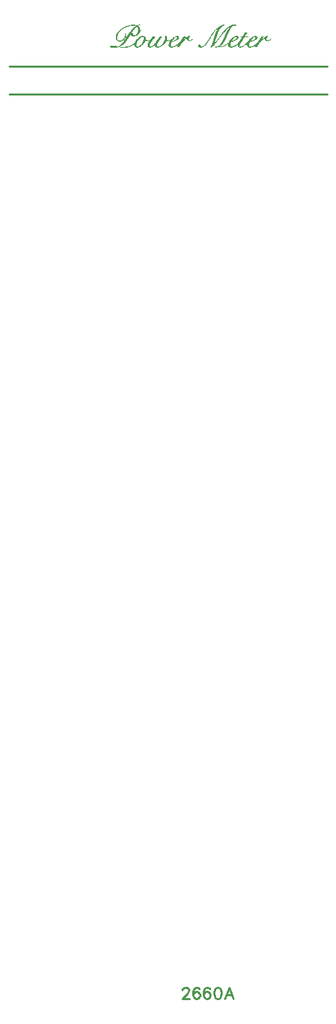
<source format=gto>
G04 Layer: TopSilkscreenLayer*
G04 EasyEDA v6.5.34, 2023-08-21 18:11:39*
G04 41bd66247c774cb09e50729edd233ae6,5a6b42c53f6a479593ecc07194224c93,10*
G04 Gerber Generator version 0.2*
G04 Scale: 100 percent, Rotated: No, Reflected: No *
G04 Dimensions in millimeters *
G04 leading zeros omitted , absolute positions ,4 integer and 5 decimal *
%FSLAX45Y45*%
%MOMM*%

%ADD10C,0.2540*%

%LPD*%
G36*
X1677822Y12713208D02*
G01*
X1674469Y12712141D01*
X1667510Y12710871D01*
X1661261Y12708483D01*
X1653539Y12706705D01*
X1652168Y12706045D01*
X1650847Y12704927D01*
X1645056Y12703200D01*
X1641957Y12701981D01*
X1638858Y12700406D01*
X1636064Y12700101D01*
X1633169Y12700406D01*
X1629410Y12702032D01*
X1625447Y12703200D01*
X1621028Y12704114D01*
X1615744Y12705791D01*
X1612493Y12706451D01*
X1606092Y12706908D01*
X1588058Y12707213D01*
X1569669Y12706705D01*
X1562811Y12706197D01*
X1558848Y12705537D01*
X1553870Y12704318D01*
X1541068Y12702692D01*
X1533652Y12700711D01*
X1524558Y12698780D01*
X1518767Y12696494D01*
X1511554Y12695072D01*
X1505712Y12692837D01*
X1500581Y12691313D01*
X1497787Y12690144D01*
X1496212Y12689078D01*
X1494028Y12688163D01*
X1491589Y12687604D01*
X1488846Y12686538D01*
X1485290Y12684607D01*
X1480312Y12683083D01*
X1476451Y12680746D01*
X1472539Y12679222D01*
X1469034Y12676733D01*
X1464462Y12674803D01*
X1460550Y12672212D01*
X1457553Y12671145D01*
X1453438Y12668351D01*
X1451102Y12667335D01*
X1448612Y12665151D01*
X1444955Y12663068D01*
X1441348Y12660376D01*
X1439316Y12659360D01*
X1436116Y12656667D01*
X1435100Y12656362D01*
X1433169Y12655092D01*
X1424076Y12647676D01*
X1414068Y12638887D01*
X1407007Y12631826D01*
X1405636Y12629845D01*
X1403502Y12628321D01*
X1402283Y12627152D01*
X1401521Y12625882D01*
X1400454Y12624816D01*
X1399336Y12624308D01*
X1398422Y12623393D01*
X1397508Y12621717D01*
X1395323Y12619786D01*
X1393799Y12616840D01*
X1391869Y12614859D01*
X1387043Y12608356D01*
X1385874Y12606121D01*
X1384198Y12604648D01*
X1383131Y12603073D01*
X1382318Y12601194D01*
X1381252Y12599416D01*
X1380185Y12598146D01*
X1379067Y12596266D01*
X1378305Y12594183D01*
X1377238Y12592202D01*
X1376172Y12590780D01*
X1375003Y12588544D01*
X1374038Y12586106D01*
X1371752Y12581991D01*
X1370838Y12579248D01*
X1370279Y12576200D01*
X1369364Y12573406D01*
X1367840Y12570612D01*
X1367028Y12567869D01*
X1366469Y12564668D01*
X1366113Y12560198D01*
X1363980Y12549225D01*
X1363624Y12544196D01*
X1363929Y12539421D01*
X1366316Y12529718D01*
X1366875Y12526619D01*
X1368145Y12523368D01*
X1370685Y12518796D01*
X1370990Y12517831D01*
X1373124Y12515240D01*
X1375867Y12510363D01*
X1378610Y12507315D01*
X1381556Y12504572D01*
X1385468Y12502286D01*
X1391818Y12497358D01*
X1394409Y12496241D01*
X1400048Y12494666D01*
X1401521Y12494056D01*
X1405839Y12492990D01*
X1411681Y12492532D01*
X1417777Y12492786D01*
X1422958Y12493701D01*
X1435862Y12496850D01*
X1440027Y12499035D01*
X1444752Y12500660D01*
X1448866Y12503505D01*
X1451102Y12504470D01*
X1453692Y12506706D01*
X1458468Y12509804D01*
X1465986Y12517272D01*
X1467459Y12519304D01*
X1469948Y12521133D01*
X1472082Y12524536D01*
X1473708Y12526060D01*
X1476197Y12530429D01*
X1477619Y12531902D01*
X1478635Y12533376D01*
X1480616Y12537135D01*
X1481531Y12538202D01*
X1482496Y12540132D01*
X1483258Y12542520D01*
X1484426Y12545212D01*
X1485747Y12547396D01*
X1486814Y12550038D01*
X1487373Y12552476D01*
X1489456Y12557404D01*
X1490624Y12562027D01*
X1493062Y12574981D01*
X1493977Y12581229D01*
X1494129Y12589052D01*
X1493570Y12595961D01*
X1492351Y12599517D01*
X1488948Y12600736D01*
X1485950Y12600178D01*
X1483817Y12598146D01*
X1483258Y12594945D01*
X1483106Y12587986D01*
X1482090Y12577368D01*
X1480718Y12567259D01*
X1479499Y12561824D01*
X1478381Y12559436D01*
X1476654Y12553645D01*
X1474266Y12549124D01*
X1472234Y12543840D01*
X1470253Y12541046D01*
X1468424Y12537694D01*
X1466799Y12536220D01*
X1463395Y12530632D01*
X1452676Y12519507D01*
X1445310Y12513970D01*
X1443228Y12512852D01*
X1440383Y12510516D01*
X1434998Y12508534D01*
X1431696Y12506553D01*
X1429969Y12505994D01*
X1421536Y12504826D01*
X1414983Y12504470D01*
X1408125Y12504877D01*
X1402334Y12505842D01*
X1399032Y12507214D01*
X1397254Y12508484D01*
X1393240Y12510719D01*
X1391615Y12512954D01*
X1390599Y12513614D01*
X1389430Y12514783D01*
X1387195Y12519660D01*
X1385976Y12521590D01*
X1384909Y12524333D01*
X1384147Y12529413D01*
X1383690Y12536068D01*
X1383538Y12543536D01*
X1383690Y12551054D01*
X1384147Y12557861D01*
X1384909Y12563195D01*
X1385976Y12566243D01*
X1387195Y12568783D01*
X1389380Y12577216D01*
X1391564Y12581940D01*
X1392428Y12584582D01*
X1393698Y12587173D01*
X1396034Y12590881D01*
X1396593Y12592558D01*
X1397660Y12594539D01*
X1398930Y12596317D01*
X1399997Y12598298D01*
X1400505Y12599974D01*
X1401572Y12601752D01*
X1403654Y12604242D01*
X1404061Y12605105D01*
X1415034Y12618923D01*
X1419809Y12624206D01*
X1424330Y12628829D01*
X1427022Y12630912D01*
X1428394Y12633096D01*
X1429207Y12633960D01*
X1430020Y12634264D01*
X1431594Y12635433D01*
X1436065Y12639446D01*
X1443431Y12645339D01*
X1445158Y12646456D01*
X1446123Y12646761D01*
X1447139Y12647625D01*
X1448104Y12648946D01*
X1449120Y12649809D01*
X1449933Y12650063D01*
X1454353Y12653416D01*
X1456639Y12654534D01*
X1458671Y12655854D01*
X1459941Y12657023D01*
X1461566Y12657937D01*
X1464056Y12658902D01*
X1467104Y12661290D01*
X1471422Y12663576D01*
X1473200Y12665151D01*
X1478026Y12667132D01*
X1480108Y12668605D01*
X1487525Y12671653D01*
X1488643Y12672517D01*
X1490776Y12673533D01*
X1493418Y12674447D01*
X1496110Y12675666D01*
X1498041Y12676835D01*
X1500733Y12677952D01*
X1503527Y12678714D01*
X1506067Y12679730D01*
X1507794Y12680797D01*
X1510385Y12681661D01*
X1514754Y12682728D01*
X1519986Y12685166D01*
X1527098Y12686690D01*
X1534312Y12689128D01*
X1545183Y12691567D01*
X1548384Y12692684D01*
X1553210Y12693548D01*
X1559255Y12694107D01*
X1566113Y12695021D01*
X1573682Y12696393D01*
X1578508Y12697002D01*
X1583436Y12697307D01*
X1593646Y12697206D01*
X1604365Y12696088D01*
X1620774Y12693396D01*
X1622247Y12692888D01*
X1622653Y12692380D01*
X1621028Y12691973D01*
X1614627Y12687757D01*
X1613611Y12687452D01*
X1612392Y12686741D01*
X1611122Y12685572D01*
X1606550Y12683185D01*
X1604111Y12681407D01*
X1591106Y12670078D01*
X1582470Y12661696D01*
X1573987Y12652908D01*
X1567484Y12645440D01*
X1561134Y12638735D01*
X1560017Y12636703D01*
X1558036Y12634620D01*
X1554276Y12629184D01*
X1548993Y12622784D01*
X1547876Y12620802D01*
X1547012Y12619736D01*
X1546301Y12619329D01*
X1544929Y12617653D01*
X1538782Y12608661D01*
X1537106Y12606883D01*
X1536242Y12604699D01*
X1533448Y12600940D01*
X1531721Y12597638D01*
X1529334Y12595148D01*
X1528318Y12592862D01*
X1525422Y12588748D01*
X1523796Y12585700D01*
X1521460Y12583312D01*
X1520393Y12580975D01*
X1516989Y12575895D01*
X1515465Y12573000D01*
X1513535Y12570764D01*
X1510538Y12566345D01*
X1507490Y12561163D01*
X1505153Y12558166D01*
X1501292Y12552121D01*
X1500479Y12550089D01*
X1498752Y12548463D01*
X1497482Y12546533D01*
X1495501Y12542570D01*
X1494840Y12542164D01*
X1493926Y12540843D01*
X1492910Y12538760D01*
X1491538Y12536678D01*
X1490268Y12535204D01*
X1489252Y12533477D01*
X1488694Y12531801D01*
X1487779Y12530124D01*
X1485849Y12527838D01*
X1482852Y12523419D01*
X1479854Y12518288D01*
X1477772Y12515748D01*
X1474774Y12511176D01*
X1472996Y12507772D01*
X1471930Y12506248D01*
X1471269Y12505893D01*
X1465173Y12497054D01*
X1464411Y12495276D01*
X1458010Y12487351D01*
X1453997Y12481356D01*
X1452016Y12478766D01*
X1450289Y12476937D01*
X1449374Y12475057D01*
X1429918Y12452858D01*
X1429004Y12451232D01*
X1426565Y12449556D01*
X1424787Y12447117D01*
X1422857Y12446152D01*
X1420723Y12443764D01*
X1417878Y12442037D01*
X1413408Y12438735D01*
X1411071Y12437567D01*
X1408023Y12435230D01*
X1403350Y12433655D01*
X1398270Y12431268D01*
X1395984Y12430861D01*
X1393596Y12431166D01*
X1389227Y12432741D01*
X1384096Y12433757D01*
X1377848Y12434519D01*
X1372158Y12435586D01*
X1367942Y12436805D01*
X1360982Y12437872D01*
X1346047Y12439548D01*
X1341577Y12440818D01*
X1335938Y12441478D01*
X1327962Y12441885D01*
X1302156Y12442037D01*
X1295044Y12438430D01*
X1292301Y12436449D01*
X1289812Y12432284D01*
X1288796Y12427915D01*
X1290726Y12422987D01*
X1294841Y12418771D01*
X1300276Y12416586D01*
X1303680Y12415875D01*
X1307642Y12414758D01*
X1311148Y12414097D01*
X1324102Y12413335D01*
X1340205Y12413284D01*
X1353870Y12413945D01*
X1367739Y12416180D01*
X1375918Y12417094D01*
X1381760Y12418212D01*
X1383741Y12418974D01*
X1389380Y12420244D01*
X1397660Y12420650D01*
X1406042Y12420295D01*
X1412036Y12419076D01*
X1414983Y12418060D01*
X1418539Y12417348D01*
X1441551Y12415621D01*
X1446580Y12414961D01*
X1450238Y12414250D01*
X1455369Y12413742D01*
X1468221Y12413335D01*
X1481836Y12413742D01*
X1487779Y12414250D01*
X1502156Y12416180D01*
X1510436Y12417044D01*
X1517040Y12418110D01*
X1524711Y12420142D01*
X1529486Y12421006D01*
X1533194Y12422022D01*
X1534871Y12422936D01*
X1537919Y12424003D01*
X1545234Y12425781D01*
X1546352Y12426340D01*
X1546961Y12427102D01*
X1551686Y12428626D01*
X1555089Y12430048D01*
X1559864Y12432639D01*
X1561134Y12432893D01*
X1562760Y12433757D01*
X1564538Y12435027D01*
X1566976Y12436246D01*
X1569313Y12437059D01*
X1571193Y12437973D01*
X1572260Y12438938D01*
X1576171Y12440970D01*
X1577848Y12442190D01*
X1578660Y12443256D01*
X1579524Y12443917D01*
X1580489Y12444120D01*
X1586331Y12448286D01*
X1588160Y12449352D01*
X1589328Y12450318D01*
X1589633Y12450978D01*
X1593900Y12453569D01*
X1594612Y12454585D01*
X1597406Y12456210D01*
X1598574Y12456515D01*
X1599184Y12454026D01*
X1599826Y12447574D01*
X1625549Y12447574D01*
X1625904Y12453721D01*
X1626971Y12457988D01*
X1628139Y12461036D01*
X1629968Y12468809D01*
X1632508Y12474143D01*
X1634083Y12479070D01*
X1636420Y12483084D01*
X1637995Y12487656D01*
X1640433Y12491567D01*
X1641754Y12495072D01*
X1643735Y12497104D01*
X1646529Y12501829D01*
X1648460Y12504216D01*
X1649425Y12506502D01*
X1653184Y12511786D01*
X1653489Y12512852D01*
X1654556Y12514275D01*
X1656740Y12516510D01*
X1657451Y12517983D01*
X1660042Y12520422D01*
X1661109Y12521692D01*
X1661363Y12522504D01*
X1662277Y12523368D01*
X1663547Y12524079D01*
X1664411Y12524841D01*
X1665122Y12525959D01*
X1668881Y12530023D01*
X1680565Y12541300D01*
X1682597Y12542875D01*
X1685442Y12544399D01*
X1686763Y12545415D01*
X1687169Y12546076D01*
X1692656Y12549174D01*
X1693316Y12549936D01*
X1695196Y12550800D01*
X1706372Y12554458D01*
X1708556Y12554762D01*
X1710740Y12554254D01*
X1715211Y12552019D01*
X1717852Y12550140D01*
X1720850Y12545923D01*
X1721967Y12541656D01*
X1722272Y12534798D01*
X1721815Y12527686D01*
X1720646Y12522809D01*
X1719427Y12519558D01*
X1717649Y12512243D01*
X1716887Y12510414D01*
X1716024Y12509347D01*
X1714754Y12506350D01*
X1713992Y12503200D01*
X1712925Y12500559D01*
X1711706Y12498374D01*
X1710639Y12495834D01*
X1710080Y12493599D01*
X1709013Y12491313D01*
X1706727Y12487859D01*
X1705660Y12485624D01*
X1703171Y12482068D01*
X1701647Y12478664D01*
X1699209Y12475159D01*
X1697278Y12471247D01*
X1695246Y12469012D01*
X1694383Y12466980D01*
X1678787Y12448743D01*
X1674164Y12444374D01*
X1668830Y12440005D01*
X1663903Y12436805D01*
X1662226Y12435078D01*
X1658924Y12433706D01*
X1654556Y12431217D01*
X1648510Y12429439D01*
X1643481Y12427508D01*
X1640586Y12427102D01*
X1637842Y12427305D01*
X1634540Y12428677D01*
X1630730Y12430760D01*
X1630019Y12431471D01*
X1628038Y12436043D01*
X1626920Y12437973D01*
X1625904Y12441631D01*
X1625549Y12447574D01*
X1599826Y12447574D01*
X1600555Y12440716D01*
X1601063Y12438989D01*
X1603451Y12435281D01*
X1605026Y12431826D01*
X1607007Y12428982D01*
X1609242Y12426492D01*
X1615338Y12421920D01*
X1617624Y12420650D01*
X1622094Y12418872D01*
X1627174Y12417552D01*
X1635912Y12417044D01*
X1645259Y12417348D01*
X1652016Y12418568D01*
X1662023Y12421463D01*
X1666443Y12423749D01*
X1671523Y12425375D01*
X1676654Y12428270D01*
X1678990Y12429236D01*
X1681581Y12431420D01*
X1685645Y12433655D01*
X1689303Y12436246D01*
X1691538Y12437262D01*
X1698650Y12443764D01*
X1699361Y12444018D01*
X1703019Y12447066D01*
X1710080Y12454026D01*
X1717192Y12461443D01*
X1720900Y12465862D01*
X1721764Y12467183D01*
X1723237Y12468453D01*
X1724964Y12471704D01*
X1726539Y12473025D01*
X1728825Y12476683D01*
X1731822Y12480645D01*
X1732737Y12482830D01*
X1734870Y12485674D01*
X1737004Y12490602D01*
X1738833Y12492736D01*
X1740611Y12496901D01*
X1742897Y12501270D01*
X1744522Y12507163D01*
X1745081Y12508179D01*
X1747113Y12508026D01*
X1748840Y12507417D01*
X1753514Y12503759D01*
X1756308Y12501930D01*
X1759000Y12500559D01*
X1766620Y12497968D01*
X1770888Y12496850D01*
X1776526Y12496495D01*
X1782368Y12496901D01*
X1787347Y12498019D01*
X1792122Y12499441D01*
X1792833Y12499238D01*
X1792935Y12498679D01*
X1792528Y12498070D01*
X1791055Y12497358D01*
X1790039Y12495885D01*
X1789226Y12493599D01*
X1788007Y12491313D01*
X1785823Y12488316D01*
X1785569Y12487351D01*
X1782927Y12483439D01*
X1781657Y12481204D01*
X1781048Y12479528D01*
X1778203Y12474956D01*
X1776780Y12470942D01*
X1775155Y12468402D01*
X1773986Y12464948D01*
X1772005Y12456414D01*
X1770786Y12452045D01*
X1770634Y12448489D01*
X1770938Y12444679D01*
X1773478Y12434671D01*
X1775206Y12430760D01*
X1778609Y12426289D01*
X1782622Y12422479D01*
X1790344Y12418669D01*
X1795576Y12417450D01*
X1803857Y12417044D01*
X1812036Y12417450D01*
X1816811Y12418669D01*
X1818944Y12419787D01*
X1823923Y12421209D01*
X1825650Y12422276D01*
X1827123Y12423495D01*
X1831187Y12425730D01*
X1834845Y12428321D01*
X1837588Y12429845D01*
X1845208Y12436602D01*
X1854758Y12445847D01*
X1861667Y12453213D01*
X1862785Y12454890D01*
X1863039Y12456769D01*
X1863648Y12455702D01*
X1864309Y12452502D01*
X1865020Y12444730D01*
X1865833Y12439802D01*
X1868271Y12433300D01*
X1870100Y12429896D01*
X1873605Y12426086D01*
X1877771Y12422682D01*
X1886102Y12418568D01*
X1891182Y12417501D01*
X1899818Y12417094D01*
X1908606Y12417399D01*
X1914143Y12418466D01*
X1917039Y12419584D01*
X1924557Y12421666D01*
X1929384Y12423952D01*
X1934819Y12425578D01*
X1937918Y12427864D01*
X1941830Y12429540D01*
X1944116Y12431217D01*
X1951939Y12435484D01*
X1958035Y12440208D01*
X1960219Y12441174D01*
X1962302Y12443510D01*
X1966112Y12446000D01*
X1971802Y12450775D01*
X1978304Y12456668D01*
X1985975Y12464338D01*
X1991207Y12470282D01*
X1999386Y12480239D01*
X2000554Y12482372D01*
X2003602Y12486081D01*
X2004822Y12487910D01*
X2005126Y12488875D01*
X2005990Y12490196D01*
X2007260Y12491567D01*
X2008327Y12493345D01*
X2008886Y12494971D01*
X2009800Y12496596D01*
X2010867Y12497866D01*
X2011984Y12500000D01*
X2013610Y12504115D01*
X2015489Y12506248D01*
X2017369Y12507163D01*
X2018588Y12506350D01*
X2019655Y12505232D01*
X2025954Y12501372D01*
X2028139Y12500406D01*
X2034539Y12499136D01*
X2084070Y12499086D01*
X2084324Y12499949D01*
X2085390Y12501270D01*
X2088946Y12507772D01*
X2089657Y12508230D01*
X2093417Y12513767D01*
X2094839Y12515240D01*
X2095754Y12516510D01*
X2096007Y12517323D01*
X2096973Y12518694D01*
X2102053Y12523876D01*
X2103577Y12526416D01*
X2112365Y12535408D01*
X2123744Y12545771D01*
X2125421Y12546787D01*
X2126437Y12547092D01*
X2130044Y12549682D01*
X2133142Y12551257D01*
X2138680Y12553188D01*
X2140762Y12554102D01*
X2142490Y12554204D01*
X2144166Y12553899D01*
X2146554Y12552324D01*
X2147976Y12551765D01*
X2148687Y12550343D01*
X2149094Y12547904D01*
X2149195Y12544399D01*
X2149043Y12540945D01*
X2148636Y12538202D01*
X2147976Y12536424D01*
X2146909Y12535509D01*
X2144623Y12531648D01*
X2143252Y12529870D01*
X2142185Y12529210D01*
X2141169Y12528143D01*
X2140407Y12526822D01*
X2139594Y12525959D01*
X2138781Y12525705D01*
X2134362Y12522098D01*
X2128621Y12517983D01*
X2126640Y12517170D01*
X2125726Y12516459D01*
X2124760Y12515291D01*
X2122525Y12514072D01*
X2117496Y12512090D01*
X2116328Y12511176D01*
X2114042Y12510109D01*
X2111197Y12509144D01*
X2108962Y12508128D01*
X2107793Y12507214D01*
X2105507Y12506147D01*
X2102561Y12505182D01*
X2099868Y12503962D01*
X2097430Y12502438D01*
X2093722Y12501778D01*
X2087880Y12500000D01*
X2084628Y12498120D01*
X2084120Y12498425D01*
X2084070Y12499086D01*
X2034757Y12499086D01*
X2037283Y12498425D01*
X2040178Y12497968D01*
X2049018Y12498019D01*
X2052167Y12498476D01*
X2053082Y12498273D01*
X2053336Y12497155D01*
X2052878Y12495530D01*
X2050389Y12491618D01*
X2049830Y12490043D01*
X2046884Y12484506D01*
X2045817Y12480798D01*
X2044750Y12478410D01*
X2043430Y12476429D01*
X2042871Y12475108D01*
X2041550Y12466828D01*
X2039315Y12457785D01*
X2038959Y12452705D01*
X2039315Y12447778D01*
X2041855Y12438786D01*
X2042464Y12435890D01*
X2043480Y12433604D01*
X2045716Y12430861D01*
X2046376Y12429032D01*
X2047798Y12427254D01*
X2049627Y12425578D01*
X2053996Y12422886D01*
X2055266Y12421768D01*
X2056993Y12420803D01*
X2062632Y12418669D01*
X2068830Y12417450D01*
X2078786Y12417044D01*
X2088591Y12417450D01*
X2094230Y12418618D01*
X2095398Y12419279D01*
X2099005Y12420346D01*
X2103577Y12421108D01*
X2106980Y12422124D01*
X2108911Y12423292D01*
X2111197Y12424257D01*
X2113534Y12424816D01*
X2116074Y12425832D01*
X2120341Y12428118D01*
X2122220Y12428778D01*
X2128875Y12432639D01*
X2129993Y12432842D01*
X2131060Y12433401D01*
X2132025Y12434316D01*
X2138121Y12438176D01*
X2141220Y12440869D01*
X2144826Y12443612D01*
X2146198Y12444171D01*
X2151938Y12448438D01*
X2152751Y12448743D01*
X2153818Y12449606D01*
X2155444Y12451435D01*
X2158593Y12453213D01*
X2160371Y12453975D01*
X2161133Y12453010D01*
X2160727Y12450978D01*
X2157069Y12445288D01*
X2156510Y12443714D01*
X2155647Y12442393D01*
X2154631Y12441631D01*
X2153564Y12440107D01*
X2151481Y12436246D01*
X2150211Y12434620D01*
X2148179Y12430658D01*
X2146046Y12428016D01*
X2145284Y12425934D01*
X2145030Y12423749D01*
X2145334Y12422124D01*
X2146452Y12421108D01*
X2149094Y12420498D01*
X2153970Y12420295D01*
X2173630Y12420549D01*
X2176729Y12424257D01*
X2178100Y12426696D01*
X2178710Y12428575D01*
X2179828Y12430658D01*
X2181148Y12432436D01*
X2182012Y12434112D01*
X2182317Y12435382D01*
X2183333Y12437567D01*
X2185517Y12441123D01*
X2186686Y12444323D01*
X2189429Y12448997D01*
X2190546Y12451486D01*
X2193137Y12455194D01*
X2195220Y12459157D01*
X2196744Y12460478D01*
X2198878Y12463881D01*
X2206142Y12472924D01*
X2209850Y12477038D01*
X2210917Y12479020D01*
X2213356Y12480594D01*
X2214880Y12482830D01*
X2217775Y12485420D01*
X2218842Y12487300D01*
X2221179Y12488824D01*
X2225141Y12493498D01*
X2240686Y12509144D01*
X2245461Y12513411D01*
X2245918Y12514478D01*
X2246884Y12515392D01*
X2247950Y12515900D01*
X2249068Y12516967D01*
X2249830Y12518237D01*
X2250948Y12519253D01*
X2252218Y12519761D01*
X2253386Y12520879D01*
X2254148Y12522200D01*
X2254910Y12523063D01*
X2256536Y12523978D01*
X2269236Y12534544D01*
X2270912Y12535611D01*
X2271826Y12535865D01*
X2272792Y12536576D01*
X2274062Y12538202D01*
X2274620Y12538100D01*
X2274874Y12536830D01*
X2274773Y12528448D01*
X2275179Y12521996D01*
X2275941Y12516459D01*
X2276856Y12513360D01*
X2280361Y12507823D01*
X2282190Y12505690D01*
X2283968Y12504064D01*
X2285593Y12503302D01*
X2286812Y12502134D01*
X2290927Y12499289D01*
X2298242Y12497409D01*
X2306370Y12496850D01*
X2312822Y12498070D01*
X2315870Y12499035D01*
X2322525Y12500457D01*
X2324506Y12501524D01*
X2326081Y12502692D01*
X2330196Y12504420D01*
X2333752Y12506909D01*
X2335479Y12507671D01*
X2338730Y12510465D01*
X2343302Y12513767D01*
X2348992Y12518999D01*
X2351684Y12521996D01*
X2353005Y12524892D01*
X2352802Y12527381D01*
X2351074Y12529007D01*
X2349144Y12529413D01*
X2346960Y12528905D01*
X2344318Y12527381D01*
X2336901Y12521488D01*
X2335936Y12521082D01*
X2333091Y12518034D01*
X2332177Y12517729D01*
X2325878Y12513462D01*
X2324862Y12513157D01*
X2322576Y12511684D01*
X2317445Y12509246D01*
X2310942Y12508534D01*
X2304542Y12509449D01*
X2299868Y12512040D01*
X2297379Y12517221D01*
X2296312Y12524740D01*
X2296820Y12532309D01*
X2298903Y12537694D01*
X2300173Y12539573D01*
X2301138Y12542469D01*
X2302306Y12544145D01*
X2307183Y12549886D01*
X2308656Y12551918D01*
X2309368Y12553442D01*
X2311196Y12555524D01*
X2312670Y12557709D01*
X2313279Y12560249D01*
X2313076Y12562586D01*
X2311908Y12564110D01*
X2307183Y12564872D01*
X2299462Y12564922D01*
X2291994Y12564313D01*
X2287981Y12563246D01*
X2286609Y12562027D01*
X2284374Y12560655D01*
X2282647Y12557963D01*
X2280615Y12555677D01*
X2278532Y12553746D01*
X2276754Y12552781D01*
X2275738Y12551918D01*
X2274773Y12550597D01*
X2273757Y12549733D01*
X2272334Y12549174D01*
X2267813Y12545923D01*
X2263394Y12542266D01*
X2260904Y12540894D01*
X2258009Y12537846D01*
X2257247Y12537592D01*
X2255977Y12536678D01*
X2252014Y12533071D01*
X2243480Y12525908D01*
X2241245Y12524384D01*
X2239518Y12521844D01*
X2238654Y12521285D01*
X2237841Y12521285D01*
X2237181Y12521793D01*
X2237181Y12522962D01*
X2237841Y12524740D01*
X2238857Y12526568D01*
X2241296Y12529566D01*
X2241804Y12531039D01*
X2244191Y12533884D01*
X2246579Y12538202D01*
X2248103Y12539624D01*
X2250897Y12544145D01*
X2251608Y12544602D01*
X2252878Y12546330D01*
X2255367Y12550698D01*
X2256891Y12552426D01*
X2258110Y12555067D01*
X2259025Y12557760D01*
X2259076Y12559334D01*
X2252827Y12561671D01*
X2242820Y12561773D01*
X2233117Y12560046D01*
X2227935Y12556744D01*
X2226767Y12554508D01*
X2224633Y12552172D01*
X2223820Y12550038D01*
X2221179Y12546330D01*
X2218994Y12542266D01*
X2216810Y12539624D01*
X2215845Y12537389D01*
X2213000Y12533579D01*
X2211273Y12530328D01*
X2208936Y12527838D01*
X2207818Y12525451D01*
X2204567Y12520371D01*
X2203500Y12518034D01*
X2201316Y12515951D01*
X2198878Y12511532D01*
X2196947Y12509195D01*
X2195931Y12506909D01*
X2189632Y12499594D01*
X2187346Y12495936D01*
X2184603Y12492837D01*
X2183638Y12490907D01*
X2181758Y12489840D01*
X2180539Y12488621D01*
X2179878Y12487300D01*
X2178862Y12486233D01*
X2177796Y12485674D01*
X2176729Y12484608D01*
X2175967Y12483338D01*
X2174900Y12482271D01*
X2173833Y12481712D01*
X2172766Y12480645D01*
X2172004Y12479375D01*
X2170988Y12478308D01*
X2169871Y12477750D01*
X2168804Y12476683D01*
X2168042Y12475362D01*
X2167178Y12474498D01*
X2165654Y12473787D01*
X2162657Y12470536D01*
X2161438Y12469926D01*
X2149297Y12459716D01*
X2145893Y12457379D01*
X2143302Y12455042D01*
X2141118Y12453975D01*
X2136292Y12450470D01*
X2133142Y12447828D01*
X2131212Y12446660D01*
X2129485Y12446000D01*
X2127351Y12444730D01*
X2125370Y12443206D01*
X2123541Y12442190D01*
X2122271Y12441885D01*
X2120595Y12441072D01*
X2118868Y12439802D01*
X2116582Y12438532D01*
X2113330Y12437211D01*
X2109419Y12435027D01*
X2104898Y12433757D01*
X2102205Y12432588D01*
X2101342Y12431979D01*
X2096160Y12430302D01*
X2087930Y12429998D01*
X2080006Y12430861D01*
X2075738Y12432842D01*
X2074773Y12434163D01*
X2072944Y12435535D01*
X2069744Y12444272D01*
X2068677Y12447727D01*
X2068322Y12451486D01*
X2068728Y12455499D01*
X2070201Y12461036D01*
X2072386Y12473787D01*
X2072995Y12475616D01*
X2074418Y12478105D01*
X2075484Y12480798D01*
X2076500Y12484506D01*
X2077923Y12486284D01*
X2080107Y12487503D01*
X2085035Y12488519D01*
X2088337Y12489535D01*
X2090572Y12490653D01*
X2093772Y12491567D01*
X2097176Y12492177D01*
X2100732Y12493244D01*
X2103475Y12494514D01*
X2106574Y12495530D01*
X2109266Y12496139D01*
X2112010Y12497206D01*
X2114092Y12498476D01*
X2116785Y12499543D01*
X2119325Y12500102D01*
X2121814Y12501118D01*
X2123643Y12502388D01*
X2126081Y12503404D01*
X2128570Y12504013D01*
X2131263Y12505080D01*
X2133447Y12506401D01*
X2135936Y12507468D01*
X2138121Y12508026D01*
X2140305Y12509042D01*
X2142947Y12510871D01*
X2146300Y12512446D01*
X2149754Y12514884D01*
X2153005Y12516510D01*
X2163673Y12524638D01*
X2166772Y12527686D01*
X2169718Y12531140D01*
X2172360Y12534747D01*
X2174697Y12542215D01*
X2174189Y12551054D01*
X2171446Y12558420D01*
X2164283Y12562992D01*
X2159558Y12564160D01*
X2151583Y12564618D01*
X2143302Y12564313D01*
X2137714Y12563246D01*
X2134666Y12562230D01*
X2127656Y12560503D01*
X2122373Y12557861D01*
X2117242Y12556185D01*
X2109114Y12551816D01*
X2107641Y12550292D01*
X2103780Y12548311D01*
X2101088Y12546076D01*
X2098751Y12544958D01*
X2092960Y12540894D01*
X2078482Y12527940D01*
X2061870Y12511227D01*
X2055977Y12509347D01*
X2046376Y12508941D01*
X2036521Y12509804D01*
X2029917Y12511989D01*
X2027732Y12513411D01*
X2025497Y12514326D01*
X2023770Y12516408D01*
X2022297Y12517424D01*
X2020468Y12518288D01*
X2019807Y12551918D01*
X2016455Y12557861D01*
X2014321Y12560554D01*
X2011730Y12562433D01*
X2011578Y12562738D01*
X2009495Y12564313D01*
X2004669Y12564872D01*
X1999234Y12564364D01*
X1995373Y12562789D01*
X1992528Y12560808D01*
X1990953Y12559131D01*
X1989988Y12554813D01*
X1989836Y12548920D01*
X1991664Y12534442D01*
X1991715Y12526772D01*
X1990801Y12520117D01*
X1988921Y12515037D01*
X1987651Y12512344D01*
X1986127Y12507366D01*
X1984095Y12503556D01*
X1982317Y12498832D01*
X1980133Y12495479D01*
X1978355Y12491466D01*
X1976069Y12488062D01*
X1973630Y12483185D01*
X1971751Y12480848D01*
X1971293Y12479578D01*
X1970379Y12478308D01*
X1968957Y12476835D01*
X1964537Y12470231D01*
X1960473Y12465151D01*
X1955139Y12459157D01*
X1945030Y12448895D01*
X1941982Y12446152D01*
X1941118Y12445847D01*
X1939848Y12444933D01*
X1937054Y12442342D01*
X1932432Y12438684D01*
X1929587Y12437110D01*
X1927910Y12435840D01*
X1925777Y12434773D01*
X1922729Y12433655D01*
X1919732Y12431725D01*
X1916480Y12430506D01*
X1909114Y12428829D01*
X1905812Y12427559D01*
X1903475Y12427153D01*
X1901342Y12427204D01*
X1899615Y12427762D01*
X1896313Y12429642D01*
X1894433Y12430963D01*
X1890064Y12435636D01*
X1890471Y12449657D01*
X1891030Y12451486D01*
X1892604Y12454636D01*
X1893722Y12457633D01*
X1894332Y12460173D01*
X1895398Y12462764D01*
X1896668Y12464796D01*
X1897735Y12467336D01*
X1898243Y12469571D01*
X1899107Y12471247D01*
X1900174Y12472212D01*
X1901393Y12474295D01*
X1903069Y12478207D01*
X1905203Y12481153D01*
X1906066Y12483744D01*
X1908657Y12487503D01*
X1910791Y12491567D01*
X1912874Y12494260D01*
X1915160Y12498578D01*
X1916633Y12500000D01*
X1918360Y12503099D01*
X1920697Y12505994D01*
X1922830Y12509804D01*
X1924913Y12512040D01*
X1925828Y12514173D01*
X1930298Y12519964D01*
X1934311Y12526518D01*
X1936750Y12529108D01*
X1937867Y12531191D01*
X1941118Y12535357D01*
X1942134Y12537440D01*
X1948891Y12545974D01*
X1949196Y12546736D01*
X1952955Y12551765D01*
X1954123Y12554102D01*
X1955292Y12555677D01*
X1956765Y12558369D01*
X1955292Y12560046D01*
X1950059Y12560909D01*
X1940458Y12561316D01*
X1932076Y12561417D01*
X1927098Y12561062D01*
X1924507Y12560147D01*
X1922373Y12556998D01*
X1921662Y12556642D01*
X1916379Y12548616D01*
X1915566Y12547092D01*
X1915363Y12546177D01*
X1914702Y12545364D01*
X1913636Y12544552D01*
X1912467Y12542875D01*
X1911451Y12540792D01*
X1910181Y12538811D01*
X1908302Y12536424D01*
X1908048Y12535509D01*
X1907082Y12533884D01*
X1905558Y12531953D01*
X1902256Y12526213D01*
X1901393Y12525298D01*
X1899564Y12521895D01*
X1898650Y12520726D01*
X1897938Y12520320D01*
X1896821Y12518644D01*
X1895602Y12516154D01*
X1894382Y12514224D01*
X1893011Y12512700D01*
X1891233Y12509347D01*
X1889556Y12507925D01*
X1886661Y12502794D01*
X1880514Y12494615D01*
X1879295Y12492228D01*
X1876501Y12488672D01*
X1875789Y12487198D01*
X1874824Y12485827D01*
X1871675Y12482220D01*
X1867103Y12476175D01*
X1864004Y12471654D01*
X1862632Y12470130D01*
X1861566Y12469368D01*
X1860905Y12468504D01*
X1860651Y12467640D01*
X1859584Y12466421D01*
X1856993Y12464135D01*
X1853285Y12459208D01*
X1845157Y12450826D01*
X1836267Y12442393D01*
X1828596Y12436297D01*
X1828038Y12435484D01*
X1826818Y12434773D01*
X1825142Y12434265D01*
X1823008Y12433147D01*
X1820976Y12431725D01*
X1817979Y12430455D01*
X1811883Y12428982D01*
X1807464Y12427559D01*
X1803806Y12427966D01*
X1800504Y12429591D01*
X1796491Y12434620D01*
X1795627Y12437313D01*
X1795525Y12441885D01*
X1796034Y12446863D01*
X1797151Y12450876D01*
X1798421Y12454128D01*
X1799894Y12459817D01*
X1801977Y12463018D01*
X1803907Y12467285D01*
X1806498Y12471247D01*
X1807768Y12474651D01*
X1809496Y12476327D01*
X1811832Y12480036D01*
X1814779Y12484100D01*
X1815896Y12486436D01*
X1821992Y12494006D01*
X1829409Y12504369D01*
X1833930Y12509296D01*
X1834946Y12511227D01*
X1839518Y12516662D01*
X1843684Y12522555D01*
X1845868Y12524486D01*
X1847545Y12527178D01*
X1853590Y12534646D01*
X1856333Y12538964D01*
X1859940Y12543332D01*
X1862734Y12547092D01*
X1869643Y12557556D01*
X1869846Y12558217D01*
X1869592Y12558877D01*
X1868779Y12559690D01*
X1863191Y12561011D01*
X1853031Y12561417D01*
X1843024Y12560960D01*
X1837842Y12559639D01*
X1826717Y12545060D01*
X1824431Y12541554D01*
X1823567Y12540538D01*
X1822907Y12540132D01*
X1818639Y12534138D01*
X1817471Y12532918D01*
X1816760Y12531852D01*
X1816557Y12531039D01*
X1815642Y12530023D01*
X1814372Y12529058D01*
X1813509Y12528042D01*
X1813255Y12527229D01*
X1812391Y12525908D01*
X1802079Y12515646D01*
X1799793Y12513818D01*
X1796592Y12512344D01*
X1794764Y12511074D01*
X1791716Y12509804D01*
X1785162Y12507976D01*
X1784045Y12507468D01*
X1781251Y12506756D01*
X1777238Y12506401D01*
X1773428Y12506553D01*
X1771142Y12507112D01*
X1769364Y12508026D01*
X1766265Y12509042D01*
X1761134Y12511328D01*
X1756714Y12514935D01*
X1753362Y12519406D01*
X1751431Y12524333D01*
X1750568Y12527686D01*
X1749450Y12530429D01*
X1748485Y12533630D01*
X1747164Y12542469D01*
X1746605Y12543688D01*
X1745284Y12545263D01*
X1742795Y12550038D01*
X1740560Y12553086D01*
X1738122Y12555829D01*
X1731416Y12560350D01*
X1725117Y12563043D01*
X1719072Y12564211D01*
X1709674Y12564618D01*
X1700530Y12564313D01*
X1695145Y12563195D01*
X1692351Y12562027D01*
X1684528Y12560147D01*
X1680616Y12558166D01*
X1675434Y12556083D01*
X1670710Y12553391D01*
X1668018Y12552476D01*
X1665224Y12550241D01*
X1661058Y12548006D01*
X1657553Y12545110D01*
X1656638Y12544856D01*
X1655318Y12543891D01*
X1650644Y12539421D01*
X1635150Y12525756D01*
X1632153Y12522758D01*
X1624736Y12512954D01*
X1620316Y12507976D01*
X1619351Y12506045D01*
X1616964Y12503708D01*
X1614119Y12498984D01*
X1612442Y12496800D01*
X1610563Y12493193D01*
X1608683Y12490297D01*
X1606854Y12485522D01*
X1604416Y12481712D01*
X1603400Y12479020D01*
X1598523Y12473787D01*
X1587398Y12463576D01*
X1586026Y12462611D01*
X1585163Y12462306D01*
X1583639Y12461341D01*
X1581759Y12459766D01*
X1577594Y12457125D01*
X1576476Y12456160D01*
X1576120Y12455499D01*
X1574901Y12454585D01*
X1573022Y12453721D01*
X1571599Y12452705D01*
X1570939Y12451842D01*
X1569466Y12450927D01*
X1567434Y12450114D01*
X1565300Y12448946D01*
X1563573Y12447676D01*
X1561236Y12446508D01*
X1558899Y12445644D01*
X1557070Y12444577D01*
X1556156Y12443561D01*
X1554581Y12442647D01*
X1552600Y12442088D01*
X1550365Y12441072D01*
X1548536Y12439802D01*
X1545996Y12438735D01*
X1543354Y12438075D01*
X1540306Y12437008D01*
X1537716Y12435738D01*
X1534769Y12434671D01*
X1532178Y12434112D01*
X1529740Y12433300D01*
X1527302Y12431826D01*
X1525524Y12431166D01*
X1513992Y12429337D01*
X1508353Y12427559D01*
X1501648Y12426594D01*
X1470863Y12424054D01*
X1463954Y12423902D01*
X1446834Y12425172D01*
X1424990Y12426289D01*
X1416964Y12426950D01*
X1414932Y12427712D01*
X1419758Y12430048D01*
X1420825Y12430963D01*
X1422958Y12431979D01*
X1425702Y12432893D01*
X1428292Y12434112D01*
X1429969Y12435230D01*
X1433525Y12436703D01*
X1435354Y12437770D01*
X1437995Y12439904D01*
X1439011Y12440208D01*
X1440840Y12441428D01*
X1444650Y12444476D01*
X1445514Y12444780D01*
X1446479Y12445542D01*
X1447596Y12446812D01*
X1449882Y12448489D01*
X1453540Y12450622D01*
X1457604Y12453772D01*
X1471828Y12467488D01*
X1480210Y12475972D01*
X1486154Y12482322D01*
X1490624Y12487656D01*
X1496568Y12495479D01*
X1502613Y12502692D01*
X1504696Y12505791D01*
X1508099Y12511633D01*
X1510182Y12514275D01*
X1513738Y12519812D01*
X1515262Y12522758D01*
X1516024Y12523724D01*
X1516735Y12524130D01*
X1517954Y12525857D01*
X1520037Y12529515D01*
X1521764Y12531750D01*
X1523034Y12534341D01*
X1523949Y12535560D01*
X1524660Y12535966D01*
X1525727Y12537490D01*
X1526844Y12539776D01*
X1528267Y12541961D01*
X1529384Y12543180D01*
X1530096Y12544298D01*
X1530400Y12545212D01*
X1534617Y12551257D01*
X1535836Y12553543D01*
X1537106Y12555169D01*
X1537970Y12556693D01*
X1538274Y12557709D01*
X1540916Y12561620D01*
X1542186Y12563856D01*
X1542745Y12565481D01*
X1543608Y12566802D01*
X1544574Y12567716D01*
X1545640Y12569291D01*
X1546504Y12571222D01*
X1549857Y12576505D01*
X1550111Y12577470D01*
X1551178Y12579299D01*
X1552803Y12581483D01*
X1554073Y12583820D01*
X1554632Y12585547D01*
X1555445Y12586868D01*
X1556461Y12587732D01*
X1557680Y12589662D01*
X1558696Y12591999D01*
X1559661Y12593574D01*
X1560271Y12594031D01*
X1562100Y12597384D01*
X1565910Y12603378D01*
X1566468Y12604953D01*
X1567383Y12606578D01*
X1569415Y12609118D01*
X1572463Y12613741D01*
X1574292Y12617196D01*
X1575308Y12618669D01*
X1576578Y12619837D01*
X1579321Y12624612D01*
X1581251Y12627000D01*
X1582166Y12629184D01*
X1584960Y12632486D01*
X1586179Y12634620D01*
X1589481Y12638938D01*
X1590598Y12641275D01*
X1592935Y12643256D01*
X1594053Y12645339D01*
X1599996Y12652908D01*
X1605280Y12659055D01*
X1616608Y12671298D01*
X1618081Y12673482D01*
X1620062Y12674244D01*
X1624025Y12677241D01*
X1627682Y12679527D01*
X1629054Y12681153D01*
X1632813Y12683439D01*
X1633778Y12684506D01*
X1635455Y12685064D01*
X1638350Y12683794D01*
X1641297Y12681356D01*
X1644497Y12675971D01*
X1645818Y12674092D01*
X1646986Y12670942D01*
X1647799Y12667284D01*
X1649272Y12662814D01*
X1650187Y12658445D01*
X1650441Y12651282D01*
X1650085Y12643764D01*
X1649171Y12638379D01*
X1648155Y12634417D01*
X1646377Y12624663D01*
X1643888Y12618466D01*
X1642414Y12613081D01*
X1640382Y12609322D01*
X1638452Y12604851D01*
X1636014Y12600940D01*
X1634998Y12598298D01*
X1631238Y12592761D01*
X1624838Y12584176D01*
X1619808Y12579604D01*
X1614271Y12575184D01*
X1610563Y12572898D01*
X1608734Y12572187D01*
X1606600Y12570968D01*
X1599844Y12569088D01*
X1593088Y12571018D01*
X1588516Y12575438D01*
X1588262Y12581229D01*
X1590090Y12586970D01*
X1590243Y12591491D01*
X1588617Y12594691D01*
X1585366Y12596520D01*
X1580692Y12597841D01*
X1577492Y12598095D01*
X1573682Y12597384D01*
X1569923Y12595961D01*
X1567078Y12593980D01*
X1564792Y12590576D01*
X1563420Y12586411D01*
X1563065Y12581737D01*
X1563573Y12576962D01*
X1564894Y12572390D01*
X1566926Y12568428D01*
X1569669Y12565278D01*
X1576781Y12561316D01*
X1582775Y12559639D01*
X1593291Y12559030D01*
X1604162Y12559538D01*
X1611477Y12561163D01*
X1614373Y12562332D01*
X1621586Y12564110D01*
X1623009Y12564872D01*
X1624736Y12566243D01*
X1628495Y12567716D01*
X1630476Y12568783D01*
X1631950Y12569850D01*
X1637334Y12572441D01*
X1638198Y12573508D01*
X1642160Y12575997D01*
X1648815Y12581229D01*
X1654302Y12586462D01*
X1662988Y12596114D01*
X1666798Y12602210D01*
X1667408Y12602616D01*
X1668170Y12603784D01*
X1668881Y12605715D01*
X1671116Y12609576D01*
X1672336Y12612420D01*
X1673250Y12615519D01*
X1674266Y12618008D01*
X1674723Y12618669D01*
X1675688Y12621006D01*
X1676349Y12625324D01*
X1676755Y12631115D01*
X1676704Y12644170D01*
X1676247Y12650165D01*
X1675587Y12654991D01*
X1674622Y12657937D01*
X1673453Y12660579D01*
X1671624Y12666675D01*
X1669542Y12670332D01*
X1668576Y12672720D01*
X1665122Y12677343D01*
X1662277Y12680442D01*
X1660347Y12683388D01*
X1656130Y12687401D01*
X1652727Y12689636D01*
X1650390Y12692024D01*
X1649780Y12693192D01*
X1649984Y12693904D01*
X1651507Y12694310D01*
X1655368Y12696494D01*
X1658010Y12697714D01*
X1660296Y12698476D01*
X1664207Y12700508D01*
X1667154Y12701574D01*
X1672132Y12702895D01*
X1676095Y12704978D01*
X1679346Y12706045D01*
X1680565Y12707721D01*
X1680667Y12709855D01*
X1679498Y12711887D01*
G37*
G36*
X2878937Y12711125D02*
G01*
X2870555Y12710871D01*
X2867202Y12710363D01*
X2863697Y12708940D01*
X2859532Y12708077D01*
X2853385Y12707213D01*
X2849372Y12706197D01*
X2847492Y12704978D01*
X2844647Y12703911D01*
X2839821Y12702590D01*
X2835910Y12700457D01*
X2831033Y12699034D01*
X2827680Y12696647D01*
X2824276Y12695174D01*
X2820466Y12692634D01*
X2816250Y12690652D01*
X2812542Y12688062D01*
X2810357Y12687096D01*
X2808020Y12684760D01*
X2806039Y12683693D01*
X2802128Y12680696D01*
X2798470Y12678410D01*
X2797302Y12676936D01*
X2793085Y12674193D01*
X2783128Y12665659D01*
X2765044Y12649047D01*
X2758490Y12642392D01*
X2750159Y12633401D01*
X2740253Y12621869D01*
X2738221Y12619786D01*
X2737408Y12618516D01*
X2737154Y12617653D01*
X2736240Y12616738D01*
X2734970Y12616027D01*
X2734106Y12615265D01*
X2733649Y12614300D01*
X2721610Y12598908D01*
X2721305Y12598095D01*
X2715717Y12591542D01*
X2713736Y12588392D01*
X2710738Y12584531D01*
X2709062Y12581636D01*
X2703576Y12574981D01*
X2702204Y12572898D01*
X2701594Y12571272D01*
X2700985Y12570358D01*
X2699918Y12569444D01*
X2698699Y12567869D01*
X2697683Y12566091D01*
X2694686Y12562636D01*
X2690012Y12555423D01*
X2687066Y12551664D01*
X2682240Y12544501D01*
X2679090Y12540589D01*
X2677414Y12537592D01*
X2675991Y12536525D01*
X2673959Y12533376D01*
X2671114Y12529616D01*
X2669641Y12526670D01*
X2667254Y12524587D01*
X2666187Y12522504D01*
X2660243Y12514884D01*
X2658770Y12512700D01*
X2658160Y12511125D01*
X2657500Y12510262D01*
X2656484Y12509449D01*
X2653995Y12505994D01*
X2642971Y12492431D01*
X2642057Y12490450D01*
X2640126Y12489230D01*
X2638450Y12486640D01*
X2633929Y12481356D01*
X2628442Y12474194D01*
X2623312Y12468301D01*
X2622245Y12466624D01*
X2619857Y12465456D01*
X2618689Y12463170D01*
X2618028Y12462662D01*
X2617520Y12462662D01*
X2617419Y12464999D01*
X2617876Y12466370D01*
X2620213Y12469876D01*
X2621788Y12474448D01*
X2624277Y12478512D01*
X2625598Y12482728D01*
X2626258Y12483947D01*
X2627172Y12484912D01*
X2627884Y12486233D01*
X2628493Y12487960D01*
X2629204Y12491212D01*
X2630119Y12493548D01*
X2631186Y12495326D01*
X2632354Y12498374D01*
X2633268Y12501778D01*
X2634335Y12504572D01*
X2635250Y12506045D01*
X2636164Y12508534D01*
X2636926Y12511582D01*
X2637993Y12514427D01*
X2639110Y12516408D01*
X2640126Y12519202D01*
X2640888Y12522200D01*
X2641955Y12524994D01*
X2643682Y12528448D01*
X2645156Y12533477D01*
X2646222Y12536271D01*
X2647137Y12537795D01*
X2648102Y12540691D01*
X2648813Y12544196D01*
X2649880Y12547447D01*
X2650998Y12549530D01*
X2652064Y12552680D01*
X2652826Y12556236D01*
X2653995Y12559792D01*
X2655265Y12562433D01*
X2656281Y12565583D01*
X2656890Y12568580D01*
X2657957Y12571730D01*
X2659227Y12574320D01*
X2660243Y12577673D01*
X2660853Y12580823D01*
X2661767Y12583617D01*
X2662834Y12585547D01*
X2663952Y12588849D01*
X2664866Y12592558D01*
X2665882Y12595555D01*
X2666847Y12597079D01*
X2667812Y12599619D01*
X2669032Y12604191D01*
X2671267Y12608814D01*
X2672994Y12614808D01*
X2675331Y12619380D01*
X2677414Y12624714D01*
X2679649Y12628016D01*
X2681071Y12632436D01*
X2683510Y12636246D01*
X2685034Y12640360D01*
X2687421Y12643358D01*
X2689098Y12646660D01*
X2690723Y12648844D01*
X2691993Y12651181D01*
X2692501Y12652908D01*
X2693212Y12654076D01*
X2694533Y12655245D01*
X2699766Y12662662D01*
X2706776Y12670942D01*
X2713634Y12678410D01*
X2717444Y12681610D01*
X2718460Y12682118D01*
X2724658Y12687046D01*
X2730957Y12691211D01*
X2732227Y12692278D01*
X2733700Y12693142D01*
X2738221Y12694564D01*
X2743047Y12697104D01*
X2745689Y12698018D01*
X2749905Y12699847D01*
X2752191Y12702692D01*
X2752344Y12705943D01*
X2750058Y12708890D01*
X2748432Y12709702D01*
X2747670Y12709601D01*
X2745536Y12708737D01*
X2741625Y12707823D01*
X2737002Y12707061D01*
X2732989Y12705994D01*
X2730550Y12704927D01*
X2726893Y12703911D01*
X2722676Y12703149D01*
X2719527Y12702133D01*
X2717850Y12701016D01*
X2715615Y12700050D01*
X2713228Y12699492D01*
X2710637Y12698425D01*
X2708605Y12697155D01*
X2706116Y12696088D01*
X2703779Y12695529D01*
X2701239Y12694462D01*
X2699105Y12693192D01*
X2693873Y12691110D01*
X2689961Y12688519D01*
X2685948Y12686436D01*
X2684576Y12685014D01*
X2681020Y12683286D01*
X2678023Y12680797D01*
X2674772Y12679273D01*
X2670860Y12676682D01*
X2666492Y12673380D01*
X2660751Y12668554D01*
X2660040Y12668351D01*
X2658262Y12666726D01*
X2652268Y12662001D01*
X2645562Y12656108D01*
X2642616Y12653264D01*
X2625801Y12635484D01*
X2621635Y12630556D01*
X2617470Y12624866D01*
X2614015Y12620904D01*
X2608275Y12613640D01*
X2605328Y12609576D01*
X2604312Y12608712D01*
X2603703Y12607747D01*
X2603449Y12606832D01*
X2602585Y12605359D01*
X2600248Y12602514D01*
X2597099Y12597993D01*
X2595321Y12594844D01*
X2593898Y12592964D01*
X2592628Y12591745D01*
X2591866Y12590678D01*
X2591612Y12589814D01*
X2589682Y12587427D01*
X2588260Y12585293D01*
X2587142Y12583007D01*
X2586075Y12581534D01*
X2585415Y12581128D01*
X2584551Y12579959D01*
X2583738Y12578181D01*
X2580995Y12574524D01*
X2577896Y12569139D01*
X2576728Y12567920D01*
X2576017Y12566802D01*
X2575763Y12565837D01*
X2573223Y12562281D01*
X2571953Y12560147D01*
X2571343Y12558522D01*
X2570480Y12557252D01*
X2569464Y12556439D01*
X2568346Y12554762D01*
X2567330Y12552680D01*
X2566060Y12550698D01*
X2564942Y12549428D01*
X2564180Y12548108D01*
X2563926Y12546939D01*
X2562860Y12545212D01*
X2561336Y12543434D01*
X2560015Y12541402D01*
X2559405Y12539726D01*
X2558338Y12537948D01*
X2556611Y12535966D01*
X2555697Y12533579D01*
X2553055Y12529820D01*
X2550972Y12525806D01*
X2548890Y12523165D01*
X2545943Y12517932D01*
X2544978Y12516916D01*
X2544419Y12516002D01*
X2544216Y12515088D01*
X2543302Y12513564D01*
X2541930Y12511836D01*
X2540558Y12509601D01*
X2539644Y12507620D01*
X2538374Y12505740D01*
X2537256Y12504572D01*
X2536545Y12503404D01*
X2536291Y12502489D01*
X2533700Y12498933D01*
X2532430Y12496850D01*
X2531821Y12495225D01*
X2530754Y12493752D01*
X2529484Y12492736D01*
X2528620Y12491669D01*
X2528366Y12490704D01*
X2524455Y12484608D01*
X2523896Y12483236D01*
X2523134Y12482220D01*
X2522118Y12481661D01*
X2520950Y12480239D01*
X2519426Y12477699D01*
X2517902Y12476378D01*
X2515616Y12472720D01*
X2512618Y12468758D01*
X2511653Y12466675D01*
X2510231Y12465913D01*
X2509520Y12465304D01*
X2509062Y12464288D01*
X2503982Y12458750D01*
X2491994Y12446609D01*
X2487320Y12442240D01*
X2486202Y12441885D01*
X2484272Y12439751D01*
X2482951Y12438634D01*
X2479751Y12436957D01*
X2478074Y12435687D01*
X2476144Y12434620D01*
X2474417Y12434062D01*
X2472334Y12432995D01*
X2470150Y12431572D01*
X2466848Y12430455D01*
X2458313Y12428626D01*
X2453081Y12427254D01*
X2450287Y12427153D01*
X2447899Y12427915D01*
X2445867Y12429490D01*
X2444038Y12431369D01*
X2445461Y12433147D01*
X2446782Y12436551D01*
X2447086Y12441275D01*
X2446426Y12446050D01*
X2444902Y12449606D01*
X2443480Y12451537D01*
X2442921Y12452705D01*
X2442362Y12453315D01*
X2437739Y12456007D01*
X2433980Y12457074D01*
X2428951Y12456363D01*
X2423769Y12454178D01*
X2419705Y12450876D01*
X2417775Y12446203D01*
X2417064Y12439497D01*
X2417673Y12432741D01*
X2419553Y12428016D01*
X2421940Y12425375D01*
X2424480Y12423089D01*
X2426817Y12421362D01*
X2431796Y12419228D01*
X2432710Y12418669D01*
X2437942Y12417501D01*
X2447036Y12417094D01*
X2456738Y12417501D01*
X2463647Y12418720D01*
X2472893Y12421311D01*
X2477414Y12423749D01*
X2482342Y12425426D01*
X2486761Y12428270D01*
X2489047Y12429286D01*
X2491079Y12431623D01*
X2493213Y12432588D01*
X2496362Y12435179D01*
X2498090Y12436348D01*
X2501900Y12439548D01*
X2508300Y12445796D01*
X2514600Y12452350D01*
X2522474Y12462052D01*
X2522778Y12462967D01*
X2528316Y12469418D01*
X2531770Y12474651D01*
X2532938Y12475819D01*
X2533700Y12476988D01*
X2533954Y12477902D01*
X2539847Y12486894D01*
X2540914Y12487808D01*
X2541574Y12488773D01*
X2541828Y12489688D01*
X2544521Y12493701D01*
X2545791Y12496088D01*
X2546654Y12498425D01*
X2548534Y12500406D01*
X2551277Y12505131D01*
X2553309Y12507772D01*
X2554478Y12510922D01*
X2556510Y12513106D01*
X2559710Y12518948D01*
X2560320Y12519406D01*
X2563012Y12524333D01*
X2564434Y12526213D01*
X2565552Y12528194D01*
X2566111Y12529769D01*
X2566974Y12531191D01*
X2568041Y12532207D01*
X2569311Y12534138D01*
X2570429Y12536424D01*
X2573223Y12540335D01*
X2573426Y12541199D01*
X2574290Y12542723D01*
X2575661Y12544501D01*
X2579217Y12550546D01*
X2580386Y12551765D01*
X2581097Y12552883D01*
X2581351Y12553746D01*
X2582214Y12555270D01*
X2583586Y12557048D01*
X2585923Y12561214D01*
X2587142Y12562992D01*
X2588260Y12564160D01*
X2588971Y12565278D01*
X2589276Y12566294D01*
X2593086Y12572085D01*
X2593695Y12573711D01*
X2594406Y12574879D01*
X2595321Y12575540D01*
X2596642Y12577419D01*
X2599232Y12581890D01*
X2599994Y12582601D01*
X2601671Y12585852D01*
X2602534Y12587071D01*
X2603195Y12587376D01*
X2604058Y12588341D01*
X2606598Y12592100D01*
X2608275Y12594082D01*
X2609342Y12595707D01*
X2609596Y12596622D01*
X2612440Y12599873D01*
X2613304Y12601397D01*
X2614574Y12602870D01*
X2616657Y12604800D01*
X2616911Y12605613D01*
X2623921Y12614859D01*
X2627528Y12619228D01*
X2628798Y12621260D01*
X2636266Y12630505D01*
X2652369Y12647726D01*
X2653385Y12649250D01*
X2654046Y12649860D01*
X2654858Y12650114D01*
X2656382Y12651181D01*
X2672791Y12665405D01*
X2674112Y12666319D01*
X2674924Y12666573D01*
X2677820Y12669418D01*
X2679700Y12670332D01*
X2681274Y12670434D01*
X2681935Y12669672D01*
X2681478Y12668554D01*
X2679141Y12667132D01*
X2678023Y12665456D01*
X2668473Y12654026D01*
X2666847Y12651689D01*
X2665831Y12649403D01*
X2663698Y12647523D01*
X2662021Y12645491D01*
X2657500Y12637770D01*
X2655316Y12634874D01*
X2654350Y12632486D01*
X2651607Y12628473D01*
X2650490Y12625933D01*
X2647899Y12621971D01*
X2645765Y12616688D01*
X2643784Y12613284D01*
X2642108Y12608458D01*
X2639669Y12604292D01*
X2638247Y12599568D01*
X2636012Y12595301D01*
X2634183Y12588595D01*
X2631694Y12582855D01*
X2629560Y12575438D01*
X2628290Y12572593D01*
X2627274Y12569088D01*
X2626715Y12565837D01*
X2625648Y12562128D01*
X2624378Y12558979D01*
X2623312Y12555270D01*
X2622245Y12550292D01*
X2620467Y12545872D01*
X2619400Y12542215D01*
X2618841Y12538608D01*
X2617774Y12534900D01*
X2616504Y12532055D01*
X2615438Y12528296D01*
X2614879Y12524638D01*
X2613964Y12521488D01*
X2612796Y12519355D01*
X2611729Y12516002D01*
X2610967Y12512243D01*
X2609900Y12508941D01*
X2608834Y12506807D01*
X2607716Y12503200D01*
X2606852Y12499086D01*
X2605786Y12495784D01*
X2604820Y12494056D01*
X2603855Y12490958D01*
X2603093Y12487148D01*
X2601925Y12483338D01*
X2600655Y12480645D01*
X2599639Y12477292D01*
X2599080Y12474041D01*
X2598013Y12470942D01*
X2596743Y12468656D01*
X2595676Y12466066D01*
X2595118Y12463780D01*
X2594051Y12461240D01*
X2592781Y12459055D01*
X2591714Y12456464D01*
X2590647Y12452807D01*
X2588158Y12448387D01*
X2586736Y12444374D01*
X2584653Y12441478D01*
X2582367Y12436449D01*
X2581300Y12435027D01*
X2578201Y12429032D01*
X2577693Y12428677D01*
X2576677Y12427153D01*
X2576271Y12422530D01*
X2578354Y12418720D01*
X2581706Y12416993D01*
X2585059Y12418568D01*
X2586177Y12419736D01*
X2588056Y12420701D01*
X2602179Y12432131D01*
X2619806Y12448743D01*
X2624683Y12453975D01*
X2625801Y12455702D01*
X2627630Y12456769D01*
X2628493Y12457684D01*
X2628747Y12458598D01*
X2629560Y12459716D01*
X2631541Y12461595D01*
X2653385Y12486436D01*
X2655874Y12489586D01*
X2657043Y12491669D01*
X2657906Y12492685D01*
X2658618Y12493091D01*
X2659989Y12494768D01*
X2663393Y12499949D01*
X2666136Y12503708D01*
X2667000Y12504216D01*
X2668879Y12507417D01*
X2670606Y12509042D01*
X2674213Y12514224D01*
X2676042Y12516307D01*
X2677058Y12518491D01*
X2679192Y12520422D01*
X2681122Y12523876D01*
X2682697Y12525146D01*
X2684983Y12528804D01*
X2687980Y12532766D01*
X2689047Y12535001D01*
X2691333Y12537033D01*
X2692501Y12539472D01*
X2695752Y12543891D01*
X2696819Y12546228D01*
X2698953Y12548158D01*
X2701340Y12552070D01*
X2702052Y12552527D01*
X2703322Y12554254D01*
X2704693Y12556845D01*
X2705963Y12558572D01*
X2706674Y12558979D01*
X2707386Y12559944D01*
X2708046Y12561417D01*
X2709113Y12563094D01*
X2715564Y12570968D01*
X2723489Y12581331D01*
X2723997Y12582448D01*
X2726994Y12585395D01*
X2730804Y12590881D01*
X2735427Y12596876D01*
X2738120Y12599720D01*
X2739085Y12601041D01*
X2739339Y12601854D01*
X2741980Y12604902D01*
X2745079Y12609068D01*
X2750972Y12615875D01*
X2761386Y12627254D01*
X2771444Y12637770D01*
X2781350Y12647625D01*
X2792171Y12657734D01*
X2803042Y12667081D01*
X2809138Y12671348D01*
X2811322Y12673431D01*
X2814370Y12675108D01*
X2815793Y12676784D01*
X2817622Y12677749D01*
X2819603Y12678257D01*
X2820924Y12678003D01*
X2821228Y12677444D01*
X2821178Y12676987D01*
X2818231Y12674904D01*
X2810510Y12666167D01*
X2807512Y12661900D01*
X2804922Y12658852D01*
X2803956Y12656921D01*
X2801264Y12654178D01*
X2800959Y12653314D01*
X2796692Y12647472D01*
X2796438Y12646558D01*
X2793339Y12642494D01*
X2791256Y12638684D01*
X2790139Y12637312D01*
X2789224Y12635534D01*
X2788716Y12633960D01*
X2787802Y12632385D01*
X2786735Y12631115D01*
X2785465Y12628981D01*
X2783941Y12625679D01*
X2782214Y12623647D01*
X2780385Y12619329D01*
X2777845Y12614605D01*
X2776372Y12610287D01*
X2774188Y12606629D01*
X2772257Y12601143D01*
X2770835Y12598806D01*
X2769717Y12596317D01*
X2768803Y12593421D01*
X2767939Y12591491D01*
X2767076Y12590729D01*
X2765755Y12587732D01*
X2764891Y12584684D01*
X2763875Y12582652D01*
X2762656Y12580924D01*
X2761640Y12578638D01*
X2760573Y12575082D01*
X2758135Y12570409D01*
X2756611Y12566040D01*
X2754477Y12562535D01*
X2752750Y12557353D01*
X2750210Y12552578D01*
X2748686Y12547955D01*
X2746248Y12543282D01*
X2744774Y12538710D01*
X2742895Y12535611D01*
X2741472Y12531699D01*
X2741117Y12529718D01*
X2739390Y12527483D01*
X2738323Y12525197D01*
X2737510Y12522454D01*
X2736291Y12519660D01*
X2734970Y12517577D01*
X2733954Y12515088D01*
X2733344Y12512802D01*
X2732379Y12510566D01*
X2731109Y12508788D01*
X2728366Y12502337D01*
X2727655Y12501778D01*
X2723946Y12495022D01*
X2723235Y12494209D01*
X2720644Y12488570D01*
X2719527Y12487198D01*
X2716377Y12481560D01*
X2715514Y12480798D01*
X2709722Y12471908D01*
X2709468Y12470993D01*
X2708605Y12469977D01*
X2707335Y12469012D01*
X2706471Y12467996D01*
X2705709Y12466218D01*
X2701899Y12461087D01*
X2697276Y12455753D01*
X2696972Y12455042D01*
X2696311Y12454534D01*
X2695244Y12454128D01*
X2694178Y12453061D01*
X2693517Y12451689D01*
X2692450Y12450572D01*
X2690622Y12449556D01*
X2688640Y12446812D01*
X2684424Y12443053D01*
X2679852Y12439599D01*
X2676448Y12437922D01*
X2674315Y12435890D01*
X2672740Y12434824D01*
X2671165Y12434214D01*
X2668930Y12432944D01*
X2665323Y12430150D01*
X2635859Y12430404D01*
X2633929Y12428524D01*
X2632049Y12426289D01*
X2631440Y12424257D01*
X2632100Y12422174D01*
X2633980Y12419787D01*
X2636824Y12416790D01*
X2650947Y12417348D01*
X2656992Y12418060D01*
X2661310Y12419228D01*
X2665679Y12419685D01*
X2704084Y12421463D01*
X2708148Y12421971D01*
X2712466Y12423292D01*
X2717901Y12424359D01*
X2724353Y12425121D01*
X2728874Y12426086D01*
X2732938Y12428067D01*
X2735783Y12428423D01*
X2738424Y12429032D01*
X2740812Y12429845D01*
X2742996Y12431064D01*
X2746044Y12432080D01*
X2749905Y12432944D01*
X2753106Y12434112D01*
X2754731Y12435230D01*
X2756916Y12436297D01*
X2759202Y12437059D01*
X2761284Y12438126D01*
X2762504Y12439192D01*
X2764129Y12440107D01*
X2768041Y12441682D01*
X2771241Y12443561D01*
X2775508Y12445492D01*
X2784602Y12452197D01*
X2788462Y12455347D01*
X2790952Y12456566D01*
X2795473Y12460020D01*
X2796794Y12460020D01*
X2797403Y12457988D01*
X2797657Y12450216D01*
X2798318Y12445542D01*
X2799537Y12442139D01*
X2801061Y12435890D01*
X2802077Y12433604D01*
X2804312Y12430861D01*
X2805023Y12429032D01*
X2806446Y12427254D01*
X2808224Y12425578D01*
X2812592Y12422886D01*
X2813862Y12421768D01*
X2815640Y12420803D01*
X2821228Y12418669D01*
X2827426Y12417450D01*
X2837383Y12417044D01*
X2847187Y12417450D01*
X2852826Y12418618D01*
X2853994Y12419279D01*
X2857601Y12420346D01*
X2862173Y12421108D01*
X2865577Y12422124D01*
X2867507Y12423292D01*
X2869793Y12424257D01*
X2872130Y12424816D01*
X2874772Y12425883D01*
X2879140Y12428270D01*
X2880918Y12428880D01*
X2883255Y12430099D01*
X2885490Y12431623D01*
X2887472Y12432639D01*
X2888640Y12432842D01*
X2889656Y12433401D01*
X2890621Y12434316D01*
X2896717Y12438176D01*
X2899816Y12440869D01*
X2903474Y12443612D01*
X2904794Y12444171D01*
X2910535Y12448438D01*
X2911348Y12448743D01*
X2912414Y12449606D01*
X2914091Y12451435D01*
X2916326Y12452705D01*
X2921101Y12456312D01*
X2922371Y12456464D01*
X2922879Y12454788D01*
X2922879Y12444476D01*
X2923336Y12439192D01*
X2924149Y12435281D01*
X2925368Y12433096D01*
X2926943Y12430912D01*
X2927756Y12429388D01*
X2931871Y12425070D01*
X2933649Y12424105D01*
X2935224Y12422378D01*
X2936900Y12421260D01*
X2942691Y12418669D01*
X2947568Y12417501D01*
X2955188Y12417094D01*
X2963011Y12417501D01*
X2968396Y12418669D01*
X2971292Y12419787D01*
X2976524Y12421311D01*
X2981350Y12423851D01*
X2986125Y12425578D01*
X2988868Y12427610D01*
X2995879Y12431623D01*
X3000908Y12435687D01*
X3005531Y12438481D01*
X3011830Y12443460D01*
X3020771Y12451181D01*
X3030677Y12460935D01*
X3032760Y12463627D01*
X3035096Y12465202D01*
X3036620Y12467386D01*
X3039059Y12469164D01*
X3040329Y12471298D01*
X3040888Y12471704D01*
X3041446Y12470892D01*
X3041446Y12468707D01*
X3040989Y12465659D01*
X3039008Y12457734D01*
X3038602Y12452654D01*
X3038957Y12447778D01*
X3041497Y12438786D01*
X3042056Y12435890D01*
X3043123Y12433604D01*
X3045307Y12430861D01*
X3046018Y12429032D01*
X3047441Y12427254D01*
X3049270Y12425578D01*
X3053638Y12422886D01*
X3054908Y12421768D01*
X3056636Y12420803D01*
X3062224Y12418669D01*
X3068421Y12417450D01*
X3078378Y12417044D01*
X3088284Y12417450D01*
X3094177Y12418669D01*
X3097225Y12419838D01*
X3105200Y12421616D01*
X3109620Y12423851D01*
X3115818Y12425883D01*
X3119069Y12427813D01*
X3123082Y12429439D01*
X3127603Y12432233D01*
X3130194Y12433096D01*
X3131667Y12434366D01*
X3138068Y12438329D01*
X3138474Y12439040D01*
X3142183Y12441580D01*
X3144316Y12443612D01*
X3146552Y12444679D01*
X3150819Y12447879D01*
X3152343Y12448387D01*
X3153156Y12447930D01*
X3153054Y12446457D01*
X3151784Y12443002D01*
X3151276Y12442240D01*
X3150412Y12441783D01*
X3146907Y12435840D01*
X3145739Y12434570D01*
X3144824Y12432995D01*
X3143910Y12430658D01*
X3141726Y12428016D01*
X3140964Y12425934D01*
X3140659Y12423800D01*
X3141014Y12422124D01*
X3142132Y12421108D01*
X3144774Y12420498D01*
X3149650Y12420295D01*
X3169310Y12420549D01*
X3172409Y12424410D01*
X3173831Y12426899D01*
X3174390Y12428778D01*
X3175304Y12430506D01*
X3176422Y12431826D01*
X3177641Y12434316D01*
X3178606Y12437110D01*
X3179622Y12439192D01*
X3180486Y12439954D01*
X3181502Y12441783D01*
X3182467Y12444272D01*
X3183737Y12446812D01*
X3185617Y12449860D01*
X3185871Y12450826D01*
X3186887Y12452502D01*
X3188411Y12454432D01*
X3189732Y12456566D01*
X3190290Y12458192D01*
X3191002Y12459360D01*
X3191865Y12459919D01*
X3192932Y12461240D01*
X3195218Y12464796D01*
X3205988Y12477750D01*
X3206242Y12478562D01*
X3207156Y12479426D01*
X3208426Y12480086D01*
X3209290Y12480798D01*
X3209798Y12481712D01*
X3215386Y12487859D01*
X3226155Y12498882D01*
X3241040Y12513614D01*
X3244392Y12516408D01*
X3246018Y12518796D01*
X3248507Y12520269D01*
X3250234Y12522708D01*
X3254298Y12525552D01*
X3265576Y12534900D01*
X3268421Y12536525D01*
X3269742Y12538456D01*
X3270199Y12537744D01*
X3270554Y12531293D01*
X3270605Y12523876D01*
X3271062Y12518542D01*
X3271977Y12514783D01*
X3273348Y12512243D01*
X3274720Y12510312D01*
X3276041Y12507772D01*
X3277768Y12505842D01*
X3279698Y12504166D01*
X3281375Y12503302D01*
X3282492Y12502184D01*
X3286556Y12499390D01*
X3293922Y12497511D01*
X3301949Y12496850D01*
X3308197Y12497917D01*
X3311398Y12499035D01*
X3318256Y12500457D01*
X3319475Y12501016D01*
X3321253Y12502388D01*
X3323285Y12503454D01*
X3325215Y12504064D01*
X3327400Y12505232D01*
X3338322Y12513360D01*
X3344570Y12518898D01*
X3347262Y12521895D01*
X3348583Y12524841D01*
X3348482Y12527330D01*
X3346805Y12529007D01*
X3344824Y12529413D01*
X3342589Y12528905D01*
X3339896Y12527381D01*
X3329025Y12518440D01*
X3325215Y12515545D01*
X3319424Y12512446D01*
X3317748Y12511328D01*
X3313074Y12509144D01*
X3306622Y12508585D01*
X3300171Y12509500D01*
X3295548Y12511938D01*
X3293008Y12517120D01*
X3291941Y12524638D01*
X3292449Y12532258D01*
X3294583Y12537744D01*
X3295853Y12539573D01*
X3296818Y12542469D01*
X3299206Y12545314D01*
X3302863Y12550444D01*
X3307232Y12555728D01*
X3309721Y12559792D01*
X3308654Y12562586D01*
X3304082Y12564262D01*
X3295853Y12564770D01*
X3285388Y12564770D01*
X3281121Y12561417D01*
X3279444Y12559741D01*
X3278327Y12557861D01*
X3274161Y12553746D01*
X3272383Y12552781D01*
X3271418Y12551918D01*
X3270453Y12550597D01*
X3269437Y12549733D01*
X3267964Y12549174D01*
X3263493Y12545923D01*
X3259074Y12542266D01*
X3257499Y12541199D01*
X3256686Y12540894D01*
X3236315Y12523063D01*
X3234994Y12521590D01*
X3234182Y12521285D01*
X3233420Y12521336D01*
X3232810Y12521844D01*
X3232759Y12522809D01*
X3233318Y12524384D01*
X3234334Y12526314D01*
X3238144Y12531344D01*
X3240633Y12535103D01*
X3241802Y12537541D01*
X3242818Y12538964D01*
X3243732Y12539624D01*
X3244799Y12541046D01*
X3245713Y12542875D01*
X3246628Y12544145D01*
X3247339Y12544552D01*
X3248406Y12546076D01*
X3249523Y12548412D01*
X3250742Y12550394D01*
X3252470Y12552578D01*
X3253841Y12555118D01*
X3254857Y12557607D01*
X3255060Y12559030D01*
X3249218Y12561570D01*
X3239160Y12561874D01*
X3229203Y12560249D01*
X3223768Y12556998D01*
X3222447Y12554559D01*
X3220313Y12552172D01*
X3219450Y12550038D01*
X3216859Y12546330D01*
X3214674Y12542266D01*
X3212439Y12539624D01*
X3211474Y12537389D01*
X3208629Y12533477D01*
X3207105Y12530124D01*
X3205022Y12527991D01*
X3202889Y12523876D01*
X3200603Y12521133D01*
X3200095Y12519710D01*
X3193999Y12510211D01*
X3193389Y12509804D01*
X3192627Y12508585D01*
X3191916Y12506706D01*
X3191052Y12505283D01*
X3190138Y12504572D01*
X3188919Y12502743D01*
X3187649Y12500305D01*
X3186379Y12498374D01*
X3185007Y12496901D01*
X3183229Y12493498D01*
X3182112Y12492634D01*
X3180994Y12491161D01*
X3179724Y12488875D01*
X3178098Y12486741D01*
X3176778Y12485522D01*
X3175965Y12484354D01*
X3175711Y12483439D01*
X3174898Y12482525D01*
X3173577Y12481814D01*
X3172409Y12480594D01*
X3171647Y12479324D01*
X3170580Y12478308D01*
X3169513Y12477750D01*
X3168446Y12476683D01*
X3167684Y12475362D01*
X3166872Y12474498D01*
X3166008Y12474244D01*
X3164687Y12473330D01*
X3146907Y12457988D01*
X3146094Y12457734D01*
X3143707Y12455550D01*
X3142488Y12454686D01*
X3141472Y12454382D01*
X3139592Y12453162D01*
X3137408Y12451334D01*
X3135579Y12450114D01*
X3134766Y12449810D01*
X3132582Y12447727D01*
X3130854Y12446660D01*
X3129076Y12446050D01*
X3127197Y12444984D01*
X3125724Y12443663D01*
X3123895Y12442596D01*
X3122168Y12442037D01*
X3120186Y12441021D01*
X3118408Y12439700D01*
X3116021Y12438532D01*
X3113735Y12437719D01*
X3111652Y12436652D01*
X3110331Y12435535D01*
X3108096Y12434671D01*
X3105404Y12434062D01*
X3102406Y12432944D01*
X3101136Y12432233D01*
X3095955Y12430810D01*
X3087827Y12430201D01*
X3080105Y12430506D01*
X3076143Y12431725D01*
X3075127Y12433147D01*
X3073654Y12434722D01*
X3072282Y12436602D01*
X3071774Y12437668D01*
X3070707Y12441123D01*
X3068472Y12446812D01*
X3068015Y12450419D01*
X3068167Y12454280D01*
X3070707Y12465964D01*
X3071520Y12471349D01*
X3072638Y12475260D01*
X3074009Y12477699D01*
X3075025Y12480340D01*
X3076092Y12484252D01*
X3077514Y12486182D01*
X3079699Y12487452D01*
X3084576Y12488519D01*
X3087928Y12489535D01*
X3090214Y12490653D01*
X3093415Y12491567D01*
X3098596Y12492634D01*
X3104540Y12495022D01*
X3109518Y12496241D01*
X3112617Y12497562D01*
X3114344Y12498882D01*
X3116376Y12499594D01*
X3118916Y12500102D01*
X3121456Y12501118D01*
X3123285Y12502388D01*
X3125724Y12503404D01*
X3128213Y12504013D01*
X3130905Y12505080D01*
X3133090Y12506401D01*
X3137712Y12508077D01*
X3140252Y12509296D01*
X3142386Y12510820D01*
X3144266Y12511836D01*
X3145536Y12512141D01*
X3147466Y12513208D01*
X3151174Y12515799D01*
X3152038Y12516104D01*
X3155594Y12518694D01*
X3166008Y12526975D01*
X3170174Y12531953D01*
X3172968Y12537186D01*
X3174238Y12542469D01*
X3174339Y12549835D01*
X3172815Y12555270D01*
X3169412Y12559385D01*
X3163773Y12562789D01*
X3159252Y12564973D01*
X3144926Y12564465D01*
X3139033Y12563754D01*
X3132480Y12561722D01*
X3129026Y12561011D01*
X3125673Y12559893D01*
X3123438Y12558572D01*
X3121152Y12557556D01*
X3118104Y12556693D01*
X3115056Y12555423D01*
X3114395Y12554610D01*
X3111042Y12553137D01*
X3108909Y12551867D01*
X3107486Y12550546D01*
X3106216Y12549733D01*
X3105200Y12549428D01*
X3103219Y12548209D01*
X3099968Y12545669D01*
X3097326Y12544298D01*
X3091484Y12539827D01*
X3083763Y12533325D01*
X3082442Y12532512D01*
X3081578Y12531547D01*
X3080766Y12530175D01*
X3078429Y12528905D01*
X3076092Y12526822D01*
X3074009Y12524536D01*
X3072993Y12522555D01*
X3072079Y12521692D01*
X3070809Y12520980D01*
X3069945Y12520168D01*
X3069640Y12519304D01*
X3068523Y12517780D01*
X3064357Y12513360D01*
X3061208Y12509500D01*
X3058769Y12506096D01*
X3057296Y12503099D01*
X3056280Y12501930D01*
X3055010Y12501168D01*
X3054146Y12500356D01*
X3053904Y12499543D01*
X3083712Y12499543D01*
X3085388Y12501727D01*
X3087827Y12506452D01*
X3090062Y12509296D01*
X3092297Y12512852D01*
X3094990Y12515900D01*
X3096514Y12518491D01*
X3102559Y12525095D01*
X3102864Y12525908D01*
X3103727Y12527127D01*
X3115919Y12539167D01*
X3123285Y12545872D01*
X3124758Y12546838D01*
X3125774Y12547092D01*
X3129635Y12549682D01*
X3132785Y12551257D01*
X3140405Y12554102D01*
X3142132Y12554204D01*
X3143808Y12553899D01*
X3146196Y12552324D01*
X3147618Y12551765D01*
X3148279Y12550343D01*
X3148685Y12547904D01*
X3148838Y12544399D01*
X3148685Y12540945D01*
X3148279Y12538202D01*
X3147618Y12536424D01*
X3146501Y12535509D01*
X3144266Y12531648D01*
X3142843Y12529870D01*
X3141726Y12529210D01*
X3140862Y12528346D01*
X3140303Y12527229D01*
X3139338Y12526162D01*
X3136646Y12524282D01*
X3133699Y12521793D01*
X3128162Y12517983D01*
X3126232Y12517120D01*
X3125266Y12516307D01*
X3124149Y12514935D01*
X3122371Y12513919D01*
X3120034Y12513360D01*
X3117596Y12512294D01*
X3114446Y12510414D01*
X3111398Y12509347D01*
X3106877Y12507010D01*
X3104134Y12505842D01*
X3101644Y12505131D01*
X3099358Y12504064D01*
X3097784Y12502997D01*
X3095447Y12502032D01*
X3091281Y12501219D01*
X3086912Y12499797D01*
X3085236Y12498578D01*
X3084423Y12498476D01*
X3083763Y12499187D01*
X3083712Y12499543D01*
X3053892Y12499492D01*
X3053029Y12498171D01*
X3028696Y12472771D01*
X3015284Y12459665D01*
X3004108Y12449911D01*
X3000298Y12447016D01*
X2999028Y12446508D01*
X2990748Y12440513D01*
X2989173Y12439040D01*
X2985871Y12437719D01*
X2982417Y12435433D01*
X2977032Y12432995D01*
X2975356Y12431928D01*
X2973273Y12430963D01*
X2965653Y12429286D01*
X2962910Y12428321D01*
X2958693Y12427813D01*
X2953105Y12428677D01*
X2947924Y12430506D01*
X2945231Y12432842D01*
X2944317Y12437618D01*
X2944774Y12443307D01*
X2946654Y12449708D01*
X2952546Y12462306D01*
X2953867Y12464694D01*
X2956255Y12468098D01*
X2957474Y12471349D01*
X2959455Y12473482D01*
X2962656Y12479375D01*
X2963316Y12479782D01*
X2964078Y12480899D01*
X2964789Y12482626D01*
X2966059Y12484608D01*
X2967431Y12486233D01*
X2968548Y12488011D01*
X2969107Y12489586D01*
X2970022Y12491212D01*
X2972003Y12493548D01*
X2975000Y12498070D01*
X2976880Y12501524D01*
X2980131Y12505791D01*
X2980436Y12506706D01*
X2983077Y12510363D01*
X2984347Y12512497D01*
X2984957Y12514021D01*
X2985973Y12515545D01*
X2987243Y12516713D01*
X2988056Y12517831D01*
X2988310Y12518745D01*
X2989173Y12520269D01*
X2990545Y12522047D01*
X2993339Y12527127D01*
X2994507Y12528042D01*
X2995574Y12529667D01*
X2997454Y12533376D01*
X2999638Y12536322D01*
X3000603Y12538659D01*
X3003550Y12542418D01*
X3004972Y12545923D01*
X3006699Y12547650D01*
X3009188Y12551613D01*
X3051657Y12551613D01*
X3059836Y12552070D01*
X3062732Y12553442D01*
X3063494Y12556236D01*
X3063697Y12559131D01*
X3061360Y12560604D01*
X3054197Y12561163D01*
X3025241Y12561468D01*
X3018180Y12561773D01*
X3016250Y12562535D01*
X3018078Y12564872D01*
X3019552Y12567158D01*
X3020517Y12569240D01*
X3021431Y12570561D01*
X3022092Y12570917D01*
X3023006Y12572034D01*
X3025648Y12576200D01*
X3028188Y12579756D01*
X3028442Y12580823D01*
X3029356Y12582093D01*
X3030626Y12583363D01*
X3031490Y12584582D01*
X3032201Y12586208D01*
X3035046Y12589662D01*
X3036773Y12593015D01*
X3042310Y12600533D01*
X3042869Y12602108D01*
X3042920Y12603683D01*
X3042462Y12606121D01*
X3040786Y12607442D01*
X3036671Y12608001D01*
X3017164Y12608458D01*
X3013354Y12604292D01*
X3011322Y12601549D01*
X3008934Y12597485D01*
X3006852Y12594945D01*
X3003854Y12590424D01*
X3002026Y12586970D01*
X3001010Y12585496D01*
X3000298Y12585039D01*
X2998165Y12581737D01*
X2995625Y12578435D01*
X2994660Y12576810D01*
X2994152Y12575184D01*
X2993034Y12573609D01*
X2991764Y12572593D01*
X2990900Y12571526D01*
X2990646Y12570510D01*
X2986633Y12564719D01*
X2985211Y12561824D01*
X2967482Y12561112D01*
X2963265Y12560401D01*
X2961030Y12559030D01*
X2959963Y12556693D01*
X2959608Y12554102D01*
X2960776Y12552578D01*
X2964078Y12551765D01*
X2974594Y12551156D01*
X2976930Y12550749D01*
X2977438Y12550190D01*
X2975864Y12548768D01*
X2975102Y12547701D01*
X2974848Y12546736D01*
X2973832Y12545110D01*
X2972308Y12543231D01*
X2971038Y12541199D01*
X2970428Y12539624D01*
X2969463Y12538049D01*
X2967482Y12535712D01*
X2964434Y12531191D01*
X2962554Y12527686D01*
X2961182Y12525705D01*
X2959608Y12523978D01*
X2958693Y12521895D01*
X2956001Y12518237D01*
X2953867Y12514478D01*
X2951683Y12511887D01*
X2950616Y12509550D01*
X2947365Y12505131D01*
X2946196Y12502489D01*
X2943860Y12500102D01*
X2942894Y12497917D01*
X2940253Y12494158D01*
X2938221Y12490246D01*
X2936544Y12488621D01*
X2933700Y12483846D01*
X2931261Y12481001D01*
X2930753Y12479528D01*
X2929890Y12478613D01*
X2928620Y12477851D01*
X2927400Y12476581D01*
X2926689Y12475311D01*
X2925826Y12474498D01*
X2925013Y12474244D01*
X2923692Y12473330D01*
X2907131Y12458852D01*
X2905861Y12457988D01*
X2905048Y12457734D01*
X2901950Y12455042D01*
X2899714Y12453975D01*
X2894888Y12450470D01*
X2891739Y12447828D01*
X2889808Y12446660D01*
X2888081Y12446000D01*
X2885948Y12444730D01*
X2884017Y12443206D01*
X2882188Y12442190D01*
X2880106Y12441580D01*
X2876397Y12439142D01*
X2871978Y12437211D01*
X2868015Y12435027D01*
X2863494Y12433757D01*
X2860802Y12432588D01*
X2859938Y12431979D01*
X2854807Y12430302D01*
X2846527Y12429998D01*
X2838602Y12430861D01*
X2834386Y12432842D01*
X2833370Y12434163D01*
X2831998Y12434976D01*
X2831134Y12436398D01*
X2828340Y12444272D01*
X2827324Y12447727D01*
X2826969Y12451486D01*
X2827324Y12455448D01*
X2828798Y12461036D01*
X2831033Y12474295D01*
X2831642Y12475921D01*
X2833014Y12478004D01*
X2834081Y12480544D01*
X2835097Y12484404D01*
X2836468Y12486284D01*
X2838704Y12487503D01*
X2843631Y12488519D01*
X2846933Y12489535D01*
X2849219Y12490653D01*
X2852369Y12491567D01*
X2855772Y12492177D01*
X2859328Y12493244D01*
X2862072Y12494514D01*
X2865170Y12495530D01*
X2867914Y12496139D01*
X2870606Y12497206D01*
X2872689Y12498476D01*
X2875381Y12499543D01*
X2877972Y12500102D01*
X2880461Y12501118D01*
X2882290Y12502388D01*
X2884678Y12503404D01*
X2887167Y12504013D01*
X2889910Y12505080D01*
X2892094Y12506401D01*
X2894584Y12507468D01*
X2896717Y12508026D01*
X2898952Y12509042D01*
X2902458Y12511328D01*
X2905810Y12513056D01*
X2907487Y12514326D01*
X2911602Y12516510D01*
X2919323Y12522200D01*
X2922270Y12524638D01*
X2925368Y12527686D01*
X2928366Y12531140D01*
X2931007Y12534747D01*
X2933293Y12542215D01*
X2932785Y12551054D01*
X2930042Y12558420D01*
X2922879Y12562992D01*
X2918206Y12564160D01*
X2910179Y12564618D01*
X2901899Y12564313D01*
X2896311Y12563246D01*
X2893263Y12562230D01*
X2886252Y12560503D01*
X2881020Y12557861D01*
X2875838Y12556185D01*
X2867710Y12551816D01*
X2866390Y12550343D01*
X2862884Y12548666D01*
X2858516Y12545364D01*
X2855264Y12543485D01*
X2850235Y12539980D01*
X2843733Y12534239D01*
X2842107Y12533376D01*
X2839872Y12533020D01*
X2838348Y12532461D01*
X2834132Y12527788D01*
X2832760Y12525552D01*
X2832150Y12523774D01*
X2831084Y12522149D01*
X2829763Y12521133D01*
X2828950Y12520117D01*
X2828645Y12519253D01*
X2827680Y12517831D01*
X2822702Y12512548D01*
X2820212Y12508788D01*
X2817368Y12505334D01*
X2816352Y12503099D01*
X2813574Y12499086D01*
X2842666Y12499086D01*
X2842920Y12499949D01*
X2844038Y12501270D01*
X2847543Y12507772D01*
X2848254Y12508230D01*
X2849270Y12509550D01*
X2850438Y12511582D01*
X2852013Y12513767D01*
X2853436Y12515240D01*
X2854350Y12516510D01*
X2854604Y12517323D01*
X2855569Y12518694D01*
X2861513Y12524943D01*
X2861868Y12525908D01*
X2862732Y12527076D01*
X2874772Y12539065D01*
X2882341Y12545771D01*
X2884017Y12546787D01*
X2885033Y12547092D01*
X2888691Y12549682D01*
X2891739Y12551257D01*
X2897276Y12553188D01*
X2899359Y12554102D01*
X2901137Y12554204D01*
X2902762Y12553899D01*
X2905150Y12552324D01*
X2906572Y12551765D01*
X2907284Y12550343D01*
X2907690Y12547904D01*
X2907842Y12544399D01*
X2907690Y12540945D01*
X2907233Y12538202D01*
X2906623Y12536424D01*
X2905506Y12535509D01*
X2903220Y12531648D01*
X2901848Y12529870D01*
X2900781Y12529210D01*
X2899765Y12528143D01*
X2899003Y12526822D01*
X2898190Y12525959D01*
X2897378Y12525705D01*
X2892958Y12522098D01*
X2887218Y12517983D01*
X2885236Y12517170D01*
X2884322Y12516459D01*
X2883357Y12515291D01*
X2881122Y12514072D01*
X2876092Y12512090D01*
X2874924Y12511176D01*
X2867558Y12508128D01*
X2866390Y12507214D01*
X2864104Y12506147D01*
X2861208Y12505182D01*
X2858465Y12503962D01*
X2856839Y12502845D01*
X2855315Y12502184D01*
X2852318Y12501778D01*
X2846476Y12500000D01*
X2843225Y12498120D01*
X2842768Y12498425D01*
X2842666Y12499086D01*
X2813507Y12498984D01*
X2811322Y12494920D01*
X2810052Y12493396D01*
X2808986Y12491618D01*
X2808376Y12490043D01*
X2804007Y12482779D01*
X2797759Y12475870D01*
X2791358Y12469622D01*
X2787446Y12466269D01*
X2784602Y12464237D01*
X2783738Y12463221D01*
X2782824Y12462560D01*
X2781909Y12462306D01*
X2780030Y12461087D01*
X2777845Y12459258D01*
X2776016Y12458039D01*
X2775204Y12457734D01*
X2773222Y12455601D01*
X2771648Y12454483D01*
X2769870Y12453924D01*
X2767888Y12452858D01*
X2766161Y12451588D01*
X2764129Y12450521D01*
X2761132Y12449352D01*
X2756560Y12446508D01*
X2753664Y12445492D01*
X2750718Y12443663D01*
X2747924Y12442596D01*
X2745181Y12442037D01*
X2742133Y12440970D01*
X2739542Y12439700D01*
X2736088Y12438532D01*
X2732735Y12437770D01*
X2729585Y12436703D01*
X2727147Y12435535D01*
X2722676Y12434570D01*
X2716377Y12433808D01*
X2711246Y12432741D01*
X2709468Y12432131D01*
X2703931Y12430810D01*
X2696514Y12430201D01*
X2690012Y12430353D01*
X2687218Y12431420D01*
X2687777Y12431928D01*
X2691180Y12433300D01*
X2696057Y12436144D01*
X2698445Y12437211D01*
X2700731Y12439650D01*
X2703779Y12441275D01*
X2705252Y12442901D01*
X2712567Y12448133D01*
X2722880Y12457938D01*
X2728772Y12463881D01*
X2732633Y12468504D01*
X2735580Y12471603D01*
X2738323Y12475057D01*
X2740355Y12478308D01*
X2745638Y12484608D01*
X2748635Y12489586D01*
X2750769Y12492583D01*
X2752242Y12495733D01*
X2754731Y12498882D01*
X2756103Y12502438D01*
X2757678Y12504216D01*
X2758846Y12506198D01*
X2760878Y12510719D01*
X2761843Y12512090D01*
X2763774Y12516916D01*
X2764790Y12518948D01*
X2765755Y12520066D01*
X2766771Y12522301D01*
X2767634Y12525095D01*
X2768650Y12527483D01*
X2769565Y12528804D01*
X2770479Y12530836D01*
X2772460Y12536373D01*
X2773781Y12539065D01*
X2774848Y12542062D01*
X2775458Y12544501D01*
X2776524Y12546838D01*
X2778302Y12549835D01*
X2779776Y12555118D01*
X2782214Y12559792D01*
X2783738Y12565075D01*
X2786176Y12569596D01*
X2787751Y12574320D01*
X2790139Y12578994D01*
X2791612Y12583617D01*
X2794101Y12588138D01*
X2795473Y12592710D01*
X2798165Y12597333D01*
X2799638Y12602108D01*
X2801975Y12605816D01*
X2803093Y12609220D01*
X2804109Y12611354D01*
X2805379Y12612928D01*
X2806395Y12614910D01*
X2806954Y12616840D01*
X2807868Y12618618D01*
X2809544Y12620904D01*
X2811373Y12625425D01*
X2813558Y12628930D01*
X2815031Y12632436D01*
X2817926Y12636957D01*
X2819247Y12640868D01*
X2821076Y12642850D01*
X2823616Y12647117D01*
X2825851Y12650317D01*
X2827121Y12653518D01*
X2829052Y12655550D01*
X2831846Y12660274D01*
X2833776Y12662662D01*
X2834487Y12664490D01*
X2837738Y12669012D01*
X2841396Y12673431D01*
X2843631Y12676936D01*
X2851759Y12685217D01*
X2853690Y12686639D01*
X2855112Y12688824D01*
X2859074Y12691008D01*
X2861005Y12692329D01*
X2863951Y12693853D01*
X2868218Y12694869D01*
X2873197Y12695224D01*
X2885287Y12694310D01*
X2893212Y12694158D01*
X2899968Y12694412D01*
X2903474Y12695021D01*
X2905404Y12697815D01*
X2905556Y12701422D01*
X2904032Y12705181D01*
X2900934Y12708331D01*
X2897073Y12710972D01*
G37*
D10*
X2216658Y384047D02*
G01*
X2216658Y390905D01*
X2223515Y404368D01*
X2230374Y411226D01*
X2243836Y418084D01*
X2271268Y418084D01*
X2284729Y411226D01*
X2291588Y404368D01*
X2298445Y390905D01*
X2298445Y377189D01*
X2291588Y363473D01*
X2277872Y343154D01*
X2209800Y274828D01*
X2305304Y274828D01*
X2432050Y397510D02*
G01*
X2425191Y411226D01*
X2404872Y418084D01*
X2391156Y418084D01*
X2370581Y411226D01*
X2357120Y390905D01*
X2350261Y356615D01*
X2350261Y322579D01*
X2357120Y295402D01*
X2370581Y281686D01*
X2391156Y274828D01*
X2398013Y274828D01*
X2418334Y281686D01*
X2432050Y295402D01*
X2438908Y315721D01*
X2438908Y322579D01*
X2432050Y343154D01*
X2418334Y356615D01*
X2398013Y363473D01*
X2391156Y363473D01*
X2370581Y356615D01*
X2357120Y343154D01*
X2350261Y322579D01*
X2565654Y397510D02*
G01*
X2558795Y411226D01*
X2538475Y418084D01*
X2524759Y418084D01*
X2504440Y411226D01*
X2490724Y390905D01*
X2483865Y356615D01*
X2483865Y322579D01*
X2490724Y295402D01*
X2504440Y281686D01*
X2524759Y274828D01*
X2531618Y274828D01*
X2552191Y281686D01*
X2565654Y295402D01*
X2572511Y315721D01*
X2572511Y322579D01*
X2565654Y343154D01*
X2552191Y356615D01*
X2531618Y363473D01*
X2524759Y363473D01*
X2504440Y356615D01*
X2490724Y343154D01*
X2483865Y322579D01*
X2658363Y418084D02*
G01*
X2638043Y411226D01*
X2624327Y390905D01*
X2617470Y356615D01*
X2617470Y336295D01*
X2624327Y302260D01*
X2638043Y281686D01*
X2658363Y274828D01*
X2672079Y274828D01*
X2692400Y281686D01*
X2706115Y302260D01*
X2712974Y336295D01*
X2712974Y356615D01*
X2706115Y390905D01*
X2692400Y411226D01*
X2672079Y418084D01*
X2658363Y418084D01*
X2812541Y418084D02*
G01*
X2757931Y274828D01*
X2812541Y418084D02*
G01*
X2867152Y274828D01*
X2778506Y322579D02*
G01*
X2846577Y322579D01*
X0Y12179300D02*
G01*
X4064000Y12179300D01*
X0Y11823700D02*
G01*
X4064000Y11823700D01*
M02*

</source>
